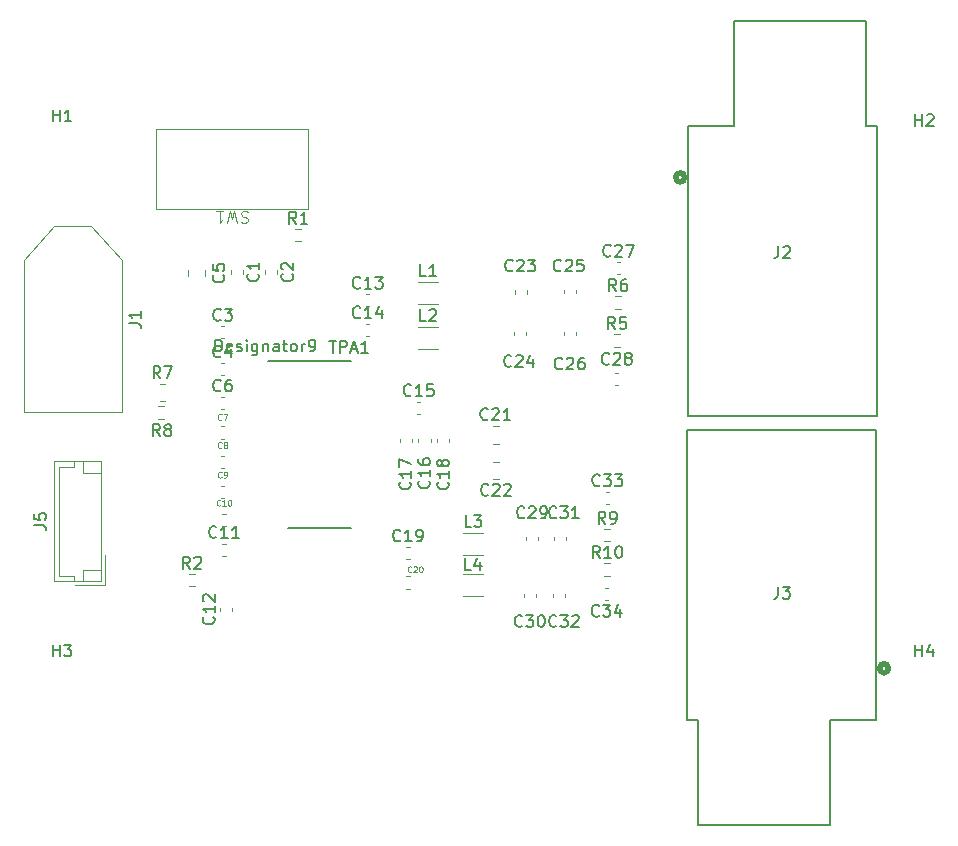
<source format=gbr>
%TF.GenerationSoftware,KiCad,Pcbnew,9.0.0*%
%TF.CreationDate,2025-03-24T15:54:36+01:00*%
%TF.ProjectId,Pcb_Ampli2,5063625f-416d-4706-9c69-322e6b696361,rev?*%
%TF.SameCoordinates,Original*%
%TF.FileFunction,Legend,Top*%
%TF.FilePolarity,Positive*%
%FSLAX46Y46*%
G04 Gerber Fmt 4.6, Leading zero omitted, Abs format (unit mm)*
G04 Created by KiCad (PCBNEW 9.0.0) date 2025-03-24 15:54:36*
%MOMM*%
%LPD*%
G01*
G04 APERTURE LIST*
%ADD10C,0.150000*%
%ADD11C,0.125000*%
%ADD12C,0.100000*%
%ADD13C,0.123000*%
%ADD14C,0.200000*%
%ADD15C,0.120000*%
%ADD16C,0.152400*%
%ADD17C,0.508000*%
G04 APERTURE END LIST*
D10*
X103149524Y-64537319D02*
X103720952Y-64537319D01*
X103435238Y-65537319D02*
X103435238Y-64537319D01*
X104054286Y-65537319D02*
X104054286Y-64537319D01*
X104054286Y-64537319D02*
X104435238Y-64537319D01*
X104435238Y-64537319D02*
X104530476Y-64584938D01*
X104530476Y-64584938D02*
X104578095Y-64632557D01*
X104578095Y-64632557D02*
X104625714Y-64727795D01*
X104625714Y-64727795D02*
X104625714Y-64870652D01*
X104625714Y-64870652D02*
X104578095Y-64965890D01*
X104578095Y-64965890D02*
X104530476Y-65013509D01*
X104530476Y-65013509D02*
X104435238Y-65061128D01*
X104435238Y-65061128D02*
X104054286Y-65061128D01*
X105006667Y-65251604D02*
X105482857Y-65251604D01*
X104911429Y-65537319D02*
X105244762Y-64537319D01*
X105244762Y-64537319D02*
X105578095Y-65537319D01*
X106435238Y-65537319D02*
X105863810Y-65537319D01*
X106149524Y-65537319D02*
X106149524Y-64537319D01*
X106149524Y-64537319D02*
X106054286Y-64680176D01*
X106054286Y-64680176D02*
X105959048Y-64775414D01*
X105959048Y-64775414D02*
X105863810Y-64823033D01*
X93488314Y-65430719D02*
X93488314Y-64430719D01*
X93488314Y-64430719D02*
X93726409Y-64430719D01*
X93726409Y-64430719D02*
X93869266Y-64478338D01*
X93869266Y-64478338D02*
X93964504Y-64573576D01*
X93964504Y-64573576D02*
X94012123Y-64668814D01*
X94012123Y-64668814D02*
X94059742Y-64859290D01*
X94059742Y-64859290D02*
X94059742Y-65002147D01*
X94059742Y-65002147D02*
X94012123Y-65192623D01*
X94012123Y-65192623D02*
X93964504Y-65287861D01*
X93964504Y-65287861D02*
X93869266Y-65383100D01*
X93869266Y-65383100D02*
X93726409Y-65430719D01*
X93726409Y-65430719D02*
X93488314Y-65430719D01*
X94869266Y-65383100D02*
X94774028Y-65430719D01*
X94774028Y-65430719D02*
X94583552Y-65430719D01*
X94583552Y-65430719D02*
X94488314Y-65383100D01*
X94488314Y-65383100D02*
X94440695Y-65287861D01*
X94440695Y-65287861D02*
X94440695Y-64906909D01*
X94440695Y-64906909D02*
X94488314Y-64811671D01*
X94488314Y-64811671D02*
X94583552Y-64764052D01*
X94583552Y-64764052D02*
X94774028Y-64764052D01*
X94774028Y-64764052D02*
X94869266Y-64811671D01*
X94869266Y-64811671D02*
X94916885Y-64906909D01*
X94916885Y-64906909D02*
X94916885Y-65002147D01*
X94916885Y-65002147D02*
X94440695Y-65097385D01*
X95297838Y-65383100D02*
X95393076Y-65430719D01*
X95393076Y-65430719D02*
X95583552Y-65430719D01*
X95583552Y-65430719D02*
X95678790Y-65383100D01*
X95678790Y-65383100D02*
X95726409Y-65287861D01*
X95726409Y-65287861D02*
X95726409Y-65240242D01*
X95726409Y-65240242D02*
X95678790Y-65145004D01*
X95678790Y-65145004D02*
X95583552Y-65097385D01*
X95583552Y-65097385D02*
X95440695Y-65097385D01*
X95440695Y-65097385D02*
X95345457Y-65049766D01*
X95345457Y-65049766D02*
X95297838Y-64954528D01*
X95297838Y-64954528D02*
X95297838Y-64906909D01*
X95297838Y-64906909D02*
X95345457Y-64811671D01*
X95345457Y-64811671D02*
X95440695Y-64764052D01*
X95440695Y-64764052D02*
X95583552Y-64764052D01*
X95583552Y-64764052D02*
X95678790Y-64811671D01*
X96154981Y-65430719D02*
X96154981Y-64764052D01*
X96154981Y-64430719D02*
X96107362Y-64478338D01*
X96107362Y-64478338D02*
X96154981Y-64525957D01*
X96154981Y-64525957D02*
X96202600Y-64478338D01*
X96202600Y-64478338D02*
X96154981Y-64430719D01*
X96154981Y-64430719D02*
X96154981Y-64525957D01*
X97059742Y-64764052D02*
X97059742Y-65573576D01*
X97059742Y-65573576D02*
X97012123Y-65668814D01*
X97012123Y-65668814D02*
X96964504Y-65716433D01*
X96964504Y-65716433D02*
X96869266Y-65764052D01*
X96869266Y-65764052D02*
X96726409Y-65764052D01*
X96726409Y-65764052D02*
X96631171Y-65716433D01*
X97059742Y-65383100D02*
X96964504Y-65430719D01*
X96964504Y-65430719D02*
X96774028Y-65430719D01*
X96774028Y-65430719D02*
X96678790Y-65383100D01*
X96678790Y-65383100D02*
X96631171Y-65335480D01*
X96631171Y-65335480D02*
X96583552Y-65240242D01*
X96583552Y-65240242D02*
X96583552Y-64954528D01*
X96583552Y-64954528D02*
X96631171Y-64859290D01*
X96631171Y-64859290D02*
X96678790Y-64811671D01*
X96678790Y-64811671D02*
X96774028Y-64764052D01*
X96774028Y-64764052D02*
X96964504Y-64764052D01*
X96964504Y-64764052D02*
X97059742Y-64811671D01*
X97535933Y-64764052D02*
X97535933Y-65430719D01*
X97535933Y-64859290D02*
X97583552Y-64811671D01*
X97583552Y-64811671D02*
X97678790Y-64764052D01*
X97678790Y-64764052D02*
X97821647Y-64764052D01*
X97821647Y-64764052D02*
X97916885Y-64811671D01*
X97916885Y-64811671D02*
X97964504Y-64906909D01*
X97964504Y-64906909D02*
X97964504Y-65430719D01*
X98869266Y-65430719D02*
X98869266Y-64906909D01*
X98869266Y-64906909D02*
X98821647Y-64811671D01*
X98821647Y-64811671D02*
X98726409Y-64764052D01*
X98726409Y-64764052D02*
X98535933Y-64764052D01*
X98535933Y-64764052D02*
X98440695Y-64811671D01*
X98869266Y-65383100D02*
X98774028Y-65430719D01*
X98774028Y-65430719D02*
X98535933Y-65430719D01*
X98535933Y-65430719D02*
X98440695Y-65383100D01*
X98440695Y-65383100D02*
X98393076Y-65287861D01*
X98393076Y-65287861D02*
X98393076Y-65192623D01*
X98393076Y-65192623D02*
X98440695Y-65097385D01*
X98440695Y-65097385D02*
X98535933Y-65049766D01*
X98535933Y-65049766D02*
X98774028Y-65049766D01*
X98774028Y-65049766D02*
X98869266Y-65002147D01*
X99202600Y-64764052D02*
X99583552Y-64764052D01*
X99345457Y-64430719D02*
X99345457Y-65287861D01*
X99345457Y-65287861D02*
X99393076Y-65383100D01*
X99393076Y-65383100D02*
X99488314Y-65430719D01*
X99488314Y-65430719D02*
X99583552Y-65430719D01*
X100059743Y-65430719D02*
X99964505Y-65383100D01*
X99964505Y-65383100D02*
X99916886Y-65335480D01*
X99916886Y-65335480D02*
X99869267Y-65240242D01*
X99869267Y-65240242D02*
X99869267Y-64954528D01*
X99869267Y-64954528D02*
X99916886Y-64859290D01*
X99916886Y-64859290D02*
X99964505Y-64811671D01*
X99964505Y-64811671D02*
X100059743Y-64764052D01*
X100059743Y-64764052D02*
X100202600Y-64764052D01*
X100202600Y-64764052D02*
X100297838Y-64811671D01*
X100297838Y-64811671D02*
X100345457Y-64859290D01*
X100345457Y-64859290D02*
X100393076Y-64954528D01*
X100393076Y-64954528D02*
X100393076Y-65240242D01*
X100393076Y-65240242D02*
X100345457Y-65335480D01*
X100345457Y-65335480D02*
X100297838Y-65383100D01*
X100297838Y-65383100D02*
X100202600Y-65430719D01*
X100202600Y-65430719D02*
X100059743Y-65430719D01*
X100821648Y-65430719D02*
X100821648Y-64764052D01*
X100821648Y-64954528D02*
X100869267Y-64859290D01*
X100869267Y-64859290D02*
X100916886Y-64811671D01*
X100916886Y-64811671D02*
X101012124Y-64764052D01*
X101012124Y-64764052D02*
X101107362Y-64764052D01*
X101488315Y-65430719D02*
X101678791Y-65430719D01*
X101678791Y-65430719D02*
X101774029Y-65383100D01*
X101774029Y-65383100D02*
X101821648Y-65335480D01*
X101821648Y-65335480D02*
X101916886Y-65192623D01*
X101916886Y-65192623D02*
X101964505Y-65002147D01*
X101964505Y-65002147D02*
X101964505Y-64621195D01*
X101964505Y-64621195D02*
X101916886Y-64525957D01*
X101916886Y-64525957D02*
X101869267Y-64478338D01*
X101869267Y-64478338D02*
X101774029Y-64430719D01*
X101774029Y-64430719D02*
X101583553Y-64430719D01*
X101583553Y-64430719D02*
X101488315Y-64478338D01*
X101488315Y-64478338D02*
X101440696Y-64525957D01*
X101440696Y-64525957D02*
X101393077Y-64621195D01*
X101393077Y-64621195D02*
X101393077Y-64859290D01*
X101393077Y-64859290D02*
X101440696Y-64954528D01*
X101440696Y-64954528D02*
X101488315Y-65002147D01*
X101488315Y-65002147D02*
X101583553Y-65049766D01*
X101583553Y-65049766D02*
X101774029Y-65049766D01*
X101774029Y-65049766D02*
X101869267Y-65002147D01*
X101869267Y-65002147D02*
X101916886Y-64954528D01*
X101916886Y-64954528D02*
X101964505Y-64859290D01*
X116607142Y-77549580D02*
X116559523Y-77597200D01*
X116559523Y-77597200D02*
X116416666Y-77644819D01*
X116416666Y-77644819D02*
X116321428Y-77644819D01*
X116321428Y-77644819D02*
X116178571Y-77597200D01*
X116178571Y-77597200D02*
X116083333Y-77501961D01*
X116083333Y-77501961D02*
X116035714Y-77406723D01*
X116035714Y-77406723D02*
X115988095Y-77216247D01*
X115988095Y-77216247D02*
X115988095Y-77073390D01*
X115988095Y-77073390D02*
X116035714Y-76882914D01*
X116035714Y-76882914D02*
X116083333Y-76787676D01*
X116083333Y-76787676D02*
X116178571Y-76692438D01*
X116178571Y-76692438D02*
X116321428Y-76644819D01*
X116321428Y-76644819D02*
X116416666Y-76644819D01*
X116416666Y-76644819D02*
X116559523Y-76692438D01*
X116559523Y-76692438D02*
X116607142Y-76740057D01*
X116988095Y-76740057D02*
X117035714Y-76692438D01*
X117035714Y-76692438D02*
X117130952Y-76644819D01*
X117130952Y-76644819D02*
X117369047Y-76644819D01*
X117369047Y-76644819D02*
X117464285Y-76692438D01*
X117464285Y-76692438D02*
X117511904Y-76740057D01*
X117511904Y-76740057D02*
X117559523Y-76835295D01*
X117559523Y-76835295D02*
X117559523Y-76930533D01*
X117559523Y-76930533D02*
X117511904Y-77073390D01*
X117511904Y-77073390D02*
X116940476Y-77644819D01*
X116940476Y-77644819D02*
X117559523Y-77644819D01*
X117940476Y-76740057D02*
X117988095Y-76692438D01*
X117988095Y-76692438D02*
X118083333Y-76644819D01*
X118083333Y-76644819D02*
X118321428Y-76644819D01*
X118321428Y-76644819D02*
X118416666Y-76692438D01*
X118416666Y-76692438D02*
X118464285Y-76740057D01*
X118464285Y-76740057D02*
X118511904Y-76835295D01*
X118511904Y-76835295D02*
X118511904Y-76930533D01*
X118511904Y-76930533D02*
X118464285Y-77073390D01*
X118464285Y-77073390D02*
X117892857Y-77644819D01*
X117892857Y-77644819D02*
X118511904Y-77644819D01*
X152738095Y-91254819D02*
X152738095Y-90254819D01*
X152738095Y-90731009D02*
X153309523Y-90731009D01*
X153309523Y-91254819D02*
X153309523Y-90254819D01*
X154214285Y-90588152D02*
X154214285Y-91254819D01*
X153976190Y-90207200D02*
X153738095Y-90921485D01*
X153738095Y-90921485D02*
X154357142Y-90921485D01*
X126032142Y-76749580D02*
X125984523Y-76797200D01*
X125984523Y-76797200D02*
X125841666Y-76844819D01*
X125841666Y-76844819D02*
X125746428Y-76844819D01*
X125746428Y-76844819D02*
X125603571Y-76797200D01*
X125603571Y-76797200D02*
X125508333Y-76701961D01*
X125508333Y-76701961D02*
X125460714Y-76606723D01*
X125460714Y-76606723D02*
X125413095Y-76416247D01*
X125413095Y-76416247D02*
X125413095Y-76273390D01*
X125413095Y-76273390D02*
X125460714Y-76082914D01*
X125460714Y-76082914D02*
X125508333Y-75987676D01*
X125508333Y-75987676D02*
X125603571Y-75892438D01*
X125603571Y-75892438D02*
X125746428Y-75844819D01*
X125746428Y-75844819D02*
X125841666Y-75844819D01*
X125841666Y-75844819D02*
X125984523Y-75892438D01*
X125984523Y-75892438D02*
X126032142Y-75940057D01*
X126365476Y-75844819D02*
X126984523Y-75844819D01*
X126984523Y-75844819D02*
X126651190Y-76225771D01*
X126651190Y-76225771D02*
X126794047Y-76225771D01*
X126794047Y-76225771D02*
X126889285Y-76273390D01*
X126889285Y-76273390D02*
X126936904Y-76321009D01*
X126936904Y-76321009D02*
X126984523Y-76416247D01*
X126984523Y-76416247D02*
X126984523Y-76654342D01*
X126984523Y-76654342D02*
X126936904Y-76749580D01*
X126936904Y-76749580D02*
X126889285Y-76797200D01*
X126889285Y-76797200D02*
X126794047Y-76844819D01*
X126794047Y-76844819D02*
X126508333Y-76844819D01*
X126508333Y-76844819D02*
X126413095Y-76797200D01*
X126413095Y-76797200D02*
X126365476Y-76749580D01*
X127317857Y-75844819D02*
X127936904Y-75844819D01*
X127936904Y-75844819D02*
X127603571Y-76225771D01*
X127603571Y-76225771D02*
X127746428Y-76225771D01*
X127746428Y-76225771D02*
X127841666Y-76273390D01*
X127841666Y-76273390D02*
X127889285Y-76321009D01*
X127889285Y-76321009D02*
X127936904Y-76416247D01*
X127936904Y-76416247D02*
X127936904Y-76654342D01*
X127936904Y-76654342D02*
X127889285Y-76749580D01*
X127889285Y-76749580D02*
X127841666Y-76797200D01*
X127841666Y-76797200D02*
X127746428Y-76844819D01*
X127746428Y-76844819D02*
X127460714Y-76844819D01*
X127460714Y-76844819D02*
X127365476Y-76797200D01*
X127365476Y-76797200D02*
X127317857Y-76749580D01*
X79738095Y-45954819D02*
X79738095Y-44954819D01*
X79738095Y-45431009D02*
X80309523Y-45431009D01*
X80309523Y-45954819D02*
X80309523Y-44954819D01*
X81309523Y-45954819D02*
X80738095Y-45954819D01*
X81023809Y-45954819D02*
X81023809Y-44954819D01*
X81023809Y-44954819D02*
X80928571Y-45097676D01*
X80928571Y-45097676D02*
X80833333Y-45192914D01*
X80833333Y-45192914D02*
X80738095Y-45240533D01*
X152738095Y-46354819D02*
X152738095Y-45354819D01*
X152738095Y-45831009D02*
X153309523Y-45831009D01*
X153309523Y-46354819D02*
X153309523Y-45354819D01*
X153738095Y-45450057D02*
X153785714Y-45402438D01*
X153785714Y-45402438D02*
X153880952Y-45354819D01*
X153880952Y-45354819D02*
X154119047Y-45354819D01*
X154119047Y-45354819D02*
X154214285Y-45402438D01*
X154214285Y-45402438D02*
X154261904Y-45450057D01*
X154261904Y-45450057D02*
X154309523Y-45545295D01*
X154309523Y-45545295D02*
X154309523Y-45640533D01*
X154309523Y-45640533D02*
X154261904Y-45783390D01*
X154261904Y-45783390D02*
X153690476Y-46354819D01*
X153690476Y-46354819D02*
X154309523Y-46354819D01*
X78154819Y-80133333D02*
X78869104Y-80133333D01*
X78869104Y-80133333D02*
X79011961Y-80180952D01*
X79011961Y-80180952D02*
X79107200Y-80276190D01*
X79107200Y-80276190D02*
X79154819Y-80419047D01*
X79154819Y-80419047D02*
X79154819Y-80514285D01*
X78154819Y-79180952D02*
X78154819Y-79657142D01*
X78154819Y-79657142D02*
X78631009Y-79704761D01*
X78631009Y-79704761D02*
X78583390Y-79657142D01*
X78583390Y-79657142D02*
X78535771Y-79561904D01*
X78535771Y-79561904D02*
X78535771Y-79323809D01*
X78535771Y-79323809D02*
X78583390Y-79228571D01*
X78583390Y-79228571D02*
X78631009Y-79180952D01*
X78631009Y-79180952D02*
X78726247Y-79133333D01*
X78726247Y-79133333D02*
X78964342Y-79133333D01*
X78964342Y-79133333D02*
X79059580Y-79180952D01*
X79059580Y-79180952D02*
X79107200Y-79228571D01*
X79107200Y-79228571D02*
X79154819Y-79323809D01*
X79154819Y-79323809D02*
X79154819Y-79561904D01*
X79154819Y-79561904D02*
X79107200Y-79657142D01*
X79107200Y-79657142D02*
X79059580Y-79704761D01*
X127433333Y-60324819D02*
X127100000Y-59848628D01*
X126861905Y-60324819D02*
X126861905Y-59324819D01*
X126861905Y-59324819D02*
X127242857Y-59324819D01*
X127242857Y-59324819D02*
X127338095Y-59372438D01*
X127338095Y-59372438D02*
X127385714Y-59420057D01*
X127385714Y-59420057D02*
X127433333Y-59515295D01*
X127433333Y-59515295D02*
X127433333Y-59658152D01*
X127433333Y-59658152D02*
X127385714Y-59753390D01*
X127385714Y-59753390D02*
X127338095Y-59801009D01*
X127338095Y-59801009D02*
X127242857Y-59848628D01*
X127242857Y-59848628D02*
X126861905Y-59848628D01*
X128290476Y-59324819D02*
X128100000Y-59324819D01*
X128100000Y-59324819D02*
X128004762Y-59372438D01*
X128004762Y-59372438D02*
X127957143Y-59420057D01*
X127957143Y-59420057D02*
X127861905Y-59562914D01*
X127861905Y-59562914D02*
X127814286Y-59753390D01*
X127814286Y-59753390D02*
X127814286Y-60134342D01*
X127814286Y-60134342D02*
X127861905Y-60229580D01*
X127861905Y-60229580D02*
X127909524Y-60277200D01*
X127909524Y-60277200D02*
X128004762Y-60324819D01*
X128004762Y-60324819D02*
X128195238Y-60324819D01*
X128195238Y-60324819D02*
X128290476Y-60277200D01*
X128290476Y-60277200D02*
X128338095Y-60229580D01*
X128338095Y-60229580D02*
X128385714Y-60134342D01*
X128385714Y-60134342D02*
X128385714Y-59896247D01*
X128385714Y-59896247D02*
X128338095Y-59801009D01*
X128338095Y-59801009D02*
X128290476Y-59753390D01*
X128290476Y-59753390D02*
X128195238Y-59705771D01*
X128195238Y-59705771D02*
X128004762Y-59705771D01*
X128004762Y-59705771D02*
X127909524Y-59753390D01*
X127909524Y-59753390D02*
X127861905Y-59801009D01*
X127861905Y-59801009D02*
X127814286Y-59896247D01*
X119657142Y-79459580D02*
X119609523Y-79507200D01*
X119609523Y-79507200D02*
X119466666Y-79554819D01*
X119466666Y-79554819D02*
X119371428Y-79554819D01*
X119371428Y-79554819D02*
X119228571Y-79507200D01*
X119228571Y-79507200D02*
X119133333Y-79411961D01*
X119133333Y-79411961D02*
X119085714Y-79316723D01*
X119085714Y-79316723D02*
X119038095Y-79126247D01*
X119038095Y-79126247D02*
X119038095Y-78983390D01*
X119038095Y-78983390D02*
X119085714Y-78792914D01*
X119085714Y-78792914D02*
X119133333Y-78697676D01*
X119133333Y-78697676D02*
X119228571Y-78602438D01*
X119228571Y-78602438D02*
X119371428Y-78554819D01*
X119371428Y-78554819D02*
X119466666Y-78554819D01*
X119466666Y-78554819D02*
X119609523Y-78602438D01*
X119609523Y-78602438D02*
X119657142Y-78650057D01*
X120038095Y-78650057D02*
X120085714Y-78602438D01*
X120085714Y-78602438D02*
X120180952Y-78554819D01*
X120180952Y-78554819D02*
X120419047Y-78554819D01*
X120419047Y-78554819D02*
X120514285Y-78602438D01*
X120514285Y-78602438D02*
X120561904Y-78650057D01*
X120561904Y-78650057D02*
X120609523Y-78745295D01*
X120609523Y-78745295D02*
X120609523Y-78840533D01*
X120609523Y-78840533D02*
X120561904Y-78983390D01*
X120561904Y-78983390D02*
X119990476Y-79554819D01*
X119990476Y-79554819D02*
X120609523Y-79554819D01*
X121085714Y-79554819D02*
X121276190Y-79554819D01*
X121276190Y-79554819D02*
X121371428Y-79507200D01*
X121371428Y-79507200D02*
X121419047Y-79459580D01*
X121419047Y-79459580D02*
X121514285Y-79316723D01*
X121514285Y-79316723D02*
X121561904Y-79126247D01*
X121561904Y-79126247D02*
X121561904Y-78745295D01*
X121561904Y-78745295D02*
X121514285Y-78650057D01*
X121514285Y-78650057D02*
X121466666Y-78602438D01*
X121466666Y-78602438D02*
X121371428Y-78554819D01*
X121371428Y-78554819D02*
X121180952Y-78554819D01*
X121180952Y-78554819D02*
X121085714Y-78602438D01*
X121085714Y-78602438D02*
X121038095Y-78650057D01*
X121038095Y-78650057D02*
X120990476Y-78745295D01*
X120990476Y-78745295D02*
X120990476Y-78983390D01*
X120990476Y-78983390D02*
X121038095Y-79078628D01*
X121038095Y-79078628D02*
X121085714Y-79126247D01*
X121085714Y-79126247D02*
X121180952Y-79173866D01*
X121180952Y-79173866D02*
X121371428Y-79173866D01*
X121371428Y-79173866D02*
X121466666Y-79126247D01*
X121466666Y-79126247D02*
X121514285Y-79078628D01*
X121514285Y-79078628D02*
X121561904Y-78983390D01*
X88833333Y-67704819D02*
X88500000Y-67228628D01*
X88261905Y-67704819D02*
X88261905Y-66704819D01*
X88261905Y-66704819D02*
X88642857Y-66704819D01*
X88642857Y-66704819D02*
X88738095Y-66752438D01*
X88738095Y-66752438D02*
X88785714Y-66800057D01*
X88785714Y-66800057D02*
X88833333Y-66895295D01*
X88833333Y-66895295D02*
X88833333Y-67038152D01*
X88833333Y-67038152D02*
X88785714Y-67133390D01*
X88785714Y-67133390D02*
X88738095Y-67181009D01*
X88738095Y-67181009D02*
X88642857Y-67228628D01*
X88642857Y-67228628D02*
X88261905Y-67228628D01*
X89166667Y-66704819D02*
X89833333Y-66704819D01*
X89833333Y-66704819D02*
X89404762Y-67704819D01*
X93933333Y-68719580D02*
X93885714Y-68767200D01*
X93885714Y-68767200D02*
X93742857Y-68814819D01*
X93742857Y-68814819D02*
X93647619Y-68814819D01*
X93647619Y-68814819D02*
X93504762Y-68767200D01*
X93504762Y-68767200D02*
X93409524Y-68671961D01*
X93409524Y-68671961D02*
X93361905Y-68576723D01*
X93361905Y-68576723D02*
X93314286Y-68386247D01*
X93314286Y-68386247D02*
X93314286Y-68243390D01*
X93314286Y-68243390D02*
X93361905Y-68052914D01*
X93361905Y-68052914D02*
X93409524Y-67957676D01*
X93409524Y-67957676D02*
X93504762Y-67862438D01*
X93504762Y-67862438D02*
X93647619Y-67814819D01*
X93647619Y-67814819D02*
X93742857Y-67814819D01*
X93742857Y-67814819D02*
X93885714Y-67862438D01*
X93885714Y-67862438D02*
X93933333Y-67910057D01*
X94790476Y-67814819D02*
X94600000Y-67814819D01*
X94600000Y-67814819D02*
X94504762Y-67862438D01*
X94504762Y-67862438D02*
X94457143Y-67910057D01*
X94457143Y-67910057D02*
X94361905Y-68052914D01*
X94361905Y-68052914D02*
X94314286Y-68243390D01*
X94314286Y-68243390D02*
X94314286Y-68624342D01*
X94314286Y-68624342D02*
X94361905Y-68719580D01*
X94361905Y-68719580D02*
X94409524Y-68767200D01*
X94409524Y-68767200D02*
X94504762Y-68814819D01*
X94504762Y-68814819D02*
X94695238Y-68814819D01*
X94695238Y-68814819D02*
X94790476Y-68767200D01*
X94790476Y-68767200D02*
X94838095Y-68719580D01*
X94838095Y-68719580D02*
X94885714Y-68624342D01*
X94885714Y-68624342D02*
X94885714Y-68386247D01*
X94885714Y-68386247D02*
X94838095Y-68291009D01*
X94838095Y-68291009D02*
X94790476Y-68243390D01*
X94790476Y-68243390D02*
X94695238Y-68195771D01*
X94695238Y-68195771D02*
X94504762Y-68195771D01*
X94504762Y-68195771D02*
X94409524Y-68243390D01*
X94409524Y-68243390D02*
X94361905Y-68291009D01*
X94361905Y-68291009D02*
X94314286Y-68386247D01*
X115133333Y-83954819D02*
X114657143Y-83954819D01*
X114657143Y-83954819D02*
X114657143Y-82954819D01*
X115895238Y-83288152D02*
X115895238Y-83954819D01*
X115657143Y-82907200D02*
X115419048Y-83621485D01*
X115419048Y-83621485D02*
X116038095Y-83621485D01*
X122357142Y-88659580D02*
X122309523Y-88707200D01*
X122309523Y-88707200D02*
X122166666Y-88754819D01*
X122166666Y-88754819D02*
X122071428Y-88754819D01*
X122071428Y-88754819D02*
X121928571Y-88707200D01*
X121928571Y-88707200D02*
X121833333Y-88611961D01*
X121833333Y-88611961D02*
X121785714Y-88516723D01*
X121785714Y-88516723D02*
X121738095Y-88326247D01*
X121738095Y-88326247D02*
X121738095Y-88183390D01*
X121738095Y-88183390D02*
X121785714Y-87992914D01*
X121785714Y-87992914D02*
X121833333Y-87897676D01*
X121833333Y-87897676D02*
X121928571Y-87802438D01*
X121928571Y-87802438D02*
X122071428Y-87754819D01*
X122071428Y-87754819D02*
X122166666Y-87754819D01*
X122166666Y-87754819D02*
X122309523Y-87802438D01*
X122309523Y-87802438D02*
X122357142Y-87850057D01*
X122690476Y-87754819D02*
X123309523Y-87754819D01*
X123309523Y-87754819D02*
X122976190Y-88135771D01*
X122976190Y-88135771D02*
X123119047Y-88135771D01*
X123119047Y-88135771D02*
X123214285Y-88183390D01*
X123214285Y-88183390D02*
X123261904Y-88231009D01*
X123261904Y-88231009D02*
X123309523Y-88326247D01*
X123309523Y-88326247D02*
X123309523Y-88564342D01*
X123309523Y-88564342D02*
X123261904Y-88659580D01*
X123261904Y-88659580D02*
X123214285Y-88707200D01*
X123214285Y-88707200D02*
X123119047Y-88754819D01*
X123119047Y-88754819D02*
X122833333Y-88754819D01*
X122833333Y-88754819D02*
X122738095Y-88707200D01*
X122738095Y-88707200D02*
X122690476Y-88659580D01*
X123690476Y-87850057D02*
X123738095Y-87802438D01*
X123738095Y-87802438D02*
X123833333Y-87754819D01*
X123833333Y-87754819D02*
X124071428Y-87754819D01*
X124071428Y-87754819D02*
X124166666Y-87802438D01*
X124166666Y-87802438D02*
X124214285Y-87850057D01*
X124214285Y-87850057D02*
X124261904Y-87945295D01*
X124261904Y-87945295D02*
X124261904Y-88040533D01*
X124261904Y-88040533D02*
X124214285Y-88183390D01*
X124214285Y-88183390D02*
X123642857Y-88754819D01*
X123642857Y-88754819D02*
X124261904Y-88754819D01*
X109959580Y-76492857D02*
X110007200Y-76540476D01*
X110007200Y-76540476D02*
X110054819Y-76683333D01*
X110054819Y-76683333D02*
X110054819Y-76778571D01*
X110054819Y-76778571D02*
X110007200Y-76921428D01*
X110007200Y-76921428D02*
X109911961Y-77016666D01*
X109911961Y-77016666D02*
X109816723Y-77064285D01*
X109816723Y-77064285D02*
X109626247Y-77111904D01*
X109626247Y-77111904D02*
X109483390Y-77111904D01*
X109483390Y-77111904D02*
X109292914Y-77064285D01*
X109292914Y-77064285D02*
X109197676Y-77016666D01*
X109197676Y-77016666D02*
X109102438Y-76921428D01*
X109102438Y-76921428D02*
X109054819Y-76778571D01*
X109054819Y-76778571D02*
X109054819Y-76683333D01*
X109054819Y-76683333D02*
X109102438Y-76540476D01*
X109102438Y-76540476D02*
X109150057Y-76492857D01*
X110054819Y-75540476D02*
X110054819Y-76111904D01*
X110054819Y-75826190D02*
X109054819Y-75826190D01*
X109054819Y-75826190D02*
X109197676Y-75921428D01*
X109197676Y-75921428D02*
X109292914Y-76016666D01*
X109292914Y-76016666D02*
X109340533Y-76111904D01*
X109054819Y-75207142D02*
X109054819Y-74540476D01*
X109054819Y-74540476D02*
X110054819Y-74969047D01*
X79738095Y-91254819D02*
X79738095Y-90254819D01*
X79738095Y-90731009D02*
X80309523Y-90731009D01*
X80309523Y-91254819D02*
X80309523Y-90254819D01*
X80690476Y-90254819D02*
X81309523Y-90254819D01*
X81309523Y-90254819D02*
X80976190Y-90635771D01*
X80976190Y-90635771D02*
X81119047Y-90635771D01*
X81119047Y-90635771D02*
X81214285Y-90683390D01*
X81214285Y-90683390D02*
X81261904Y-90731009D01*
X81261904Y-90731009D02*
X81309523Y-90826247D01*
X81309523Y-90826247D02*
X81309523Y-91064342D01*
X81309523Y-91064342D02*
X81261904Y-91159580D01*
X81261904Y-91159580D02*
X81214285Y-91207200D01*
X81214285Y-91207200D02*
X81119047Y-91254819D01*
X81119047Y-91254819D02*
X80833333Y-91254819D01*
X80833333Y-91254819D02*
X80738095Y-91207200D01*
X80738095Y-91207200D02*
X80690476Y-91159580D01*
X94159580Y-58966666D02*
X94207200Y-59014285D01*
X94207200Y-59014285D02*
X94254819Y-59157142D01*
X94254819Y-59157142D02*
X94254819Y-59252380D01*
X94254819Y-59252380D02*
X94207200Y-59395237D01*
X94207200Y-59395237D02*
X94111961Y-59490475D01*
X94111961Y-59490475D02*
X94016723Y-59538094D01*
X94016723Y-59538094D02*
X93826247Y-59585713D01*
X93826247Y-59585713D02*
X93683390Y-59585713D01*
X93683390Y-59585713D02*
X93492914Y-59538094D01*
X93492914Y-59538094D02*
X93397676Y-59490475D01*
X93397676Y-59490475D02*
X93302438Y-59395237D01*
X93302438Y-59395237D02*
X93254819Y-59252380D01*
X93254819Y-59252380D02*
X93254819Y-59157142D01*
X93254819Y-59157142D02*
X93302438Y-59014285D01*
X93302438Y-59014285D02*
X93350057Y-58966666D01*
X93254819Y-58061904D02*
X93254819Y-58538094D01*
X93254819Y-58538094D02*
X93731009Y-58585713D01*
X93731009Y-58585713D02*
X93683390Y-58538094D01*
X93683390Y-58538094D02*
X93635771Y-58442856D01*
X93635771Y-58442856D02*
X93635771Y-58204761D01*
X93635771Y-58204761D02*
X93683390Y-58109523D01*
X93683390Y-58109523D02*
X93731009Y-58061904D01*
X93731009Y-58061904D02*
X93826247Y-58014285D01*
X93826247Y-58014285D02*
X94064342Y-58014285D01*
X94064342Y-58014285D02*
X94159580Y-58061904D01*
X94159580Y-58061904D02*
X94207200Y-58109523D01*
X94207200Y-58109523D02*
X94254819Y-58204761D01*
X94254819Y-58204761D02*
X94254819Y-58442856D01*
X94254819Y-58442856D02*
X94207200Y-58538094D01*
X94207200Y-58538094D02*
X94159580Y-58585713D01*
X116557142Y-71159580D02*
X116509523Y-71207200D01*
X116509523Y-71207200D02*
X116366666Y-71254819D01*
X116366666Y-71254819D02*
X116271428Y-71254819D01*
X116271428Y-71254819D02*
X116128571Y-71207200D01*
X116128571Y-71207200D02*
X116033333Y-71111961D01*
X116033333Y-71111961D02*
X115985714Y-71016723D01*
X115985714Y-71016723D02*
X115938095Y-70826247D01*
X115938095Y-70826247D02*
X115938095Y-70683390D01*
X115938095Y-70683390D02*
X115985714Y-70492914D01*
X115985714Y-70492914D02*
X116033333Y-70397676D01*
X116033333Y-70397676D02*
X116128571Y-70302438D01*
X116128571Y-70302438D02*
X116271428Y-70254819D01*
X116271428Y-70254819D02*
X116366666Y-70254819D01*
X116366666Y-70254819D02*
X116509523Y-70302438D01*
X116509523Y-70302438D02*
X116557142Y-70350057D01*
X116938095Y-70350057D02*
X116985714Y-70302438D01*
X116985714Y-70302438D02*
X117080952Y-70254819D01*
X117080952Y-70254819D02*
X117319047Y-70254819D01*
X117319047Y-70254819D02*
X117414285Y-70302438D01*
X117414285Y-70302438D02*
X117461904Y-70350057D01*
X117461904Y-70350057D02*
X117509523Y-70445295D01*
X117509523Y-70445295D02*
X117509523Y-70540533D01*
X117509523Y-70540533D02*
X117461904Y-70683390D01*
X117461904Y-70683390D02*
X116890476Y-71254819D01*
X116890476Y-71254819D02*
X117509523Y-71254819D01*
X118461904Y-71254819D02*
X117890476Y-71254819D01*
X118176190Y-71254819D02*
X118176190Y-70254819D01*
X118176190Y-70254819D02*
X118080952Y-70397676D01*
X118080952Y-70397676D02*
X117985714Y-70492914D01*
X117985714Y-70492914D02*
X117890476Y-70540533D01*
X113159580Y-76492857D02*
X113207200Y-76540476D01*
X113207200Y-76540476D02*
X113254819Y-76683333D01*
X113254819Y-76683333D02*
X113254819Y-76778571D01*
X113254819Y-76778571D02*
X113207200Y-76921428D01*
X113207200Y-76921428D02*
X113111961Y-77016666D01*
X113111961Y-77016666D02*
X113016723Y-77064285D01*
X113016723Y-77064285D02*
X112826247Y-77111904D01*
X112826247Y-77111904D02*
X112683390Y-77111904D01*
X112683390Y-77111904D02*
X112492914Y-77064285D01*
X112492914Y-77064285D02*
X112397676Y-77016666D01*
X112397676Y-77016666D02*
X112302438Y-76921428D01*
X112302438Y-76921428D02*
X112254819Y-76778571D01*
X112254819Y-76778571D02*
X112254819Y-76683333D01*
X112254819Y-76683333D02*
X112302438Y-76540476D01*
X112302438Y-76540476D02*
X112350057Y-76492857D01*
X113254819Y-75540476D02*
X113254819Y-76111904D01*
X113254819Y-75826190D02*
X112254819Y-75826190D01*
X112254819Y-75826190D02*
X112397676Y-75921428D01*
X112397676Y-75921428D02*
X112492914Y-76016666D01*
X112492914Y-76016666D02*
X112540533Y-76111904D01*
X112683390Y-74969047D02*
X112635771Y-75064285D01*
X112635771Y-75064285D02*
X112588152Y-75111904D01*
X112588152Y-75111904D02*
X112492914Y-75159523D01*
X112492914Y-75159523D02*
X112445295Y-75159523D01*
X112445295Y-75159523D02*
X112350057Y-75111904D01*
X112350057Y-75111904D02*
X112302438Y-75064285D01*
X112302438Y-75064285D02*
X112254819Y-74969047D01*
X112254819Y-74969047D02*
X112254819Y-74778571D01*
X112254819Y-74778571D02*
X112302438Y-74683333D01*
X112302438Y-74683333D02*
X112350057Y-74635714D01*
X112350057Y-74635714D02*
X112445295Y-74588095D01*
X112445295Y-74588095D02*
X112492914Y-74588095D01*
X112492914Y-74588095D02*
X112588152Y-74635714D01*
X112588152Y-74635714D02*
X112635771Y-74683333D01*
X112635771Y-74683333D02*
X112683390Y-74778571D01*
X112683390Y-74778571D02*
X112683390Y-74969047D01*
X112683390Y-74969047D02*
X112731009Y-75064285D01*
X112731009Y-75064285D02*
X112778628Y-75111904D01*
X112778628Y-75111904D02*
X112873866Y-75159523D01*
X112873866Y-75159523D02*
X113064342Y-75159523D01*
X113064342Y-75159523D02*
X113159580Y-75111904D01*
X113159580Y-75111904D02*
X113207200Y-75064285D01*
X113207200Y-75064285D02*
X113254819Y-74969047D01*
X113254819Y-74969047D02*
X113254819Y-74778571D01*
X113254819Y-74778571D02*
X113207200Y-74683333D01*
X113207200Y-74683333D02*
X113159580Y-74635714D01*
X113159580Y-74635714D02*
X113064342Y-74588095D01*
X113064342Y-74588095D02*
X112873866Y-74588095D01*
X112873866Y-74588095D02*
X112778628Y-74635714D01*
X112778628Y-74635714D02*
X112731009Y-74683333D01*
X112731009Y-74683333D02*
X112683390Y-74778571D01*
X126832142Y-66459580D02*
X126784523Y-66507200D01*
X126784523Y-66507200D02*
X126641666Y-66554819D01*
X126641666Y-66554819D02*
X126546428Y-66554819D01*
X126546428Y-66554819D02*
X126403571Y-66507200D01*
X126403571Y-66507200D02*
X126308333Y-66411961D01*
X126308333Y-66411961D02*
X126260714Y-66316723D01*
X126260714Y-66316723D02*
X126213095Y-66126247D01*
X126213095Y-66126247D02*
X126213095Y-65983390D01*
X126213095Y-65983390D02*
X126260714Y-65792914D01*
X126260714Y-65792914D02*
X126308333Y-65697676D01*
X126308333Y-65697676D02*
X126403571Y-65602438D01*
X126403571Y-65602438D02*
X126546428Y-65554819D01*
X126546428Y-65554819D02*
X126641666Y-65554819D01*
X126641666Y-65554819D02*
X126784523Y-65602438D01*
X126784523Y-65602438D02*
X126832142Y-65650057D01*
X127213095Y-65650057D02*
X127260714Y-65602438D01*
X127260714Y-65602438D02*
X127355952Y-65554819D01*
X127355952Y-65554819D02*
X127594047Y-65554819D01*
X127594047Y-65554819D02*
X127689285Y-65602438D01*
X127689285Y-65602438D02*
X127736904Y-65650057D01*
X127736904Y-65650057D02*
X127784523Y-65745295D01*
X127784523Y-65745295D02*
X127784523Y-65840533D01*
X127784523Y-65840533D02*
X127736904Y-65983390D01*
X127736904Y-65983390D02*
X127165476Y-66554819D01*
X127165476Y-66554819D02*
X127784523Y-66554819D01*
X128355952Y-65983390D02*
X128260714Y-65935771D01*
X128260714Y-65935771D02*
X128213095Y-65888152D01*
X128213095Y-65888152D02*
X128165476Y-65792914D01*
X128165476Y-65792914D02*
X128165476Y-65745295D01*
X128165476Y-65745295D02*
X128213095Y-65650057D01*
X128213095Y-65650057D02*
X128260714Y-65602438D01*
X128260714Y-65602438D02*
X128355952Y-65554819D01*
X128355952Y-65554819D02*
X128546428Y-65554819D01*
X128546428Y-65554819D02*
X128641666Y-65602438D01*
X128641666Y-65602438D02*
X128689285Y-65650057D01*
X128689285Y-65650057D02*
X128736904Y-65745295D01*
X128736904Y-65745295D02*
X128736904Y-65792914D01*
X128736904Y-65792914D02*
X128689285Y-65888152D01*
X128689285Y-65888152D02*
X128641666Y-65935771D01*
X128641666Y-65935771D02*
X128546428Y-65983390D01*
X128546428Y-65983390D02*
X128355952Y-65983390D01*
X128355952Y-65983390D02*
X128260714Y-66031009D01*
X128260714Y-66031009D02*
X128213095Y-66078628D01*
X128213095Y-66078628D02*
X128165476Y-66173866D01*
X128165476Y-66173866D02*
X128165476Y-66364342D01*
X128165476Y-66364342D02*
X128213095Y-66459580D01*
X128213095Y-66459580D02*
X128260714Y-66507200D01*
X128260714Y-66507200D02*
X128355952Y-66554819D01*
X128355952Y-66554819D02*
X128546428Y-66554819D01*
X128546428Y-66554819D02*
X128641666Y-66507200D01*
X128641666Y-66507200D02*
X128689285Y-66459580D01*
X128689285Y-66459580D02*
X128736904Y-66364342D01*
X128736904Y-66364342D02*
X128736904Y-66173866D01*
X128736904Y-66173866D02*
X128689285Y-66078628D01*
X128689285Y-66078628D02*
X128641666Y-66031009D01*
X128641666Y-66031009D02*
X128546428Y-65983390D01*
X126508333Y-80014819D02*
X126175000Y-79538628D01*
X125936905Y-80014819D02*
X125936905Y-79014819D01*
X125936905Y-79014819D02*
X126317857Y-79014819D01*
X126317857Y-79014819D02*
X126413095Y-79062438D01*
X126413095Y-79062438D02*
X126460714Y-79110057D01*
X126460714Y-79110057D02*
X126508333Y-79205295D01*
X126508333Y-79205295D02*
X126508333Y-79348152D01*
X126508333Y-79348152D02*
X126460714Y-79443390D01*
X126460714Y-79443390D02*
X126413095Y-79491009D01*
X126413095Y-79491009D02*
X126317857Y-79538628D01*
X126317857Y-79538628D02*
X125936905Y-79538628D01*
X126984524Y-80014819D02*
X127175000Y-80014819D01*
X127175000Y-80014819D02*
X127270238Y-79967200D01*
X127270238Y-79967200D02*
X127317857Y-79919580D01*
X127317857Y-79919580D02*
X127413095Y-79776723D01*
X127413095Y-79776723D02*
X127460714Y-79586247D01*
X127460714Y-79586247D02*
X127460714Y-79205295D01*
X127460714Y-79205295D02*
X127413095Y-79110057D01*
X127413095Y-79110057D02*
X127365476Y-79062438D01*
X127365476Y-79062438D02*
X127270238Y-79014819D01*
X127270238Y-79014819D02*
X127079762Y-79014819D01*
X127079762Y-79014819D02*
X126984524Y-79062438D01*
X126984524Y-79062438D02*
X126936905Y-79110057D01*
X126936905Y-79110057D02*
X126889286Y-79205295D01*
X126889286Y-79205295D02*
X126889286Y-79443390D01*
X126889286Y-79443390D02*
X126936905Y-79538628D01*
X126936905Y-79538628D02*
X126984524Y-79586247D01*
X126984524Y-79586247D02*
X127079762Y-79633866D01*
X127079762Y-79633866D02*
X127270238Y-79633866D01*
X127270238Y-79633866D02*
X127365476Y-79586247D01*
X127365476Y-79586247D02*
X127413095Y-79538628D01*
X127413095Y-79538628D02*
X127460714Y-79443390D01*
X105757142Y-62529580D02*
X105709523Y-62577200D01*
X105709523Y-62577200D02*
X105566666Y-62624819D01*
X105566666Y-62624819D02*
X105471428Y-62624819D01*
X105471428Y-62624819D02*
X105328571Y-62577200D01*
X105328571Y-62577200D02*
X105233333Y-62481961D01*
X105233333Y-62481961D02*
X105185714Y-62386723D01*
X105185714Y-62386723D02*
X105138095Y-62196247D01*
X105138095Y-62196247D02*
X105138095Y-62053390D01*
X105138095Y-62053390D02*
X105185714Y-61862914D01*
X105185714Y-61862914D02*
X105233333Y-61767676D01*
X105233333Y-61767676D02*
X105328571Y-61672438D01*
X105328571Y-61672438D02*
X105471428Y-61624819D01*
X105471428Y-61624819D02*
X105566666Y-61624819D01*
X105566666Y-61624819D02*
X105709523Y-61672438D01*
X105709523Y-61672438D02*
X105757142Y-61720057D01*
X106709523Y-62624819D02*
X106138095Y-62624819D01*
X106423809Y-62624819D02*
X106423809Y-61624819D01*
X106423809Y-61624819D02*
X106328571Y-61767676D01*
X106328571Y-61767676D02*
X106233333Y-61862914D01*
X106233333Y-61862914D02*
X106138095Y-61910533D01*
X107566666Y-61958152D02*
X107566666Y-62624819D01*
X107328571Y-61577200D02*
X107090476Y-62291485D01*
X107090476Y-62291485D02*
X107709523Y-62291485D01*
X127333333Y-63524819D02*
X127000000Y-63048628D01*
X126761905Y-63524819D02*
X126761905Y-62524819D01*
X126761905Y-62524819D02*
X127142857Y-62524819D01*
X127142857Y-62524819D02*
X127238095Y-62572438D01*
X127238095Y-62572438D02*
X127285714Y-62620057D01*
X127285714Y-62620057D02*
X127333333Y-62715295D01*
X127333333Y-62715295D02*
X127333333Y-62858152D01*
X127333333Y-62858152D02*
X127285714Y-62953390D01*
X127285714Y-62953390D02*
X127238095Y-63001009D01*
X127238095Y-63001009D02*
X127142857Y-63048628D01*
X127142857Y-63048628D02*
X126761905Y-63048628D01*
X128238095Y-62524819D02*
X127761905Y-62524819D01*
X127761905Y-62524819D02*
X127714286Y-63001009D01*
X127714286Y-63001009D02*
X127761905Y-62953390D01*
X127761905Y-62953390D02*
X127857143Y-62905771D01*
X127857143Y-62905771D02*
X128095238Y-62905771D01*
X128095238Y-62905771D02*
X128190476Y-62953390D01*
X128190476Y-62953390D02*
X128238095Y-63001009D01*
X128238095Y-63001009D02*
X128285714Y-63096247D01*
X128285714Y-63096247D02*
X128285714Y-63334342D01*
X128285714Y-63334342D02*
X128238095Y-63429580D01*
X128238095Y-63429580D02*
X128190476Y-63477200D01*
X128190476Y-63477200D02*
X128095238Y-63524819D01*
X128095238Y-63524819D02*
X127857143Y-63524819D01*
X127857143Y-63524819D02*
X127761905Y-63477200D01*
X127761905Y-63477200D02*
X127714286Y-63429580D01*
X100333333Y-54624819D02*
X100000000Y-54148628D01*
X99761905Y-54624819D02*
X99761905Y-53624819D01*
X99761905Y-53624819D02*
X100142857Y-53624819D01*
X100142857Y-53624819D02*
X100238095Y-53672438D01*
X100238095Y-53672438D02*
X100285714Y-53720057D01*
X100285714Y-53720057D02*
X100333333Y-53815295D01*
X100333333Y-53815295D02*
X100333333Y-53958152D01*
X100333333Y-53958152D02*
X100285714Y-54053390D01*
X100285714Y-54053390D02*
X100238095Y-54101009D01*
X100238095Y-54101009D02*
X100142857Y-54148628D01*
X100142857Y-54148628D02*
X99761905Y-54148628D01*
X101285714Y-54624819D02*
X100714286Y-54624819D01*
X101000000Y-54624819D02*
X101000000Y-53624819D01*
X101000000Y-53624819D02*
X100904762Y-53767676D01*
X100904762Y-53767676D02*
X100809524Y-53862914D01*
X100809524Y-53862914D02*
X100714286Y-53910533D01*
X126032142Y-82924819D02*
X125698809Y-82448628D01*
X125460714Y-82924819D02*
X125460714Y-81924819D01*
X125460714Y-81924819D02*
X125841666Y-81924819D01*
X125841666Y-81924819D02*
X125936904Y-81972438D01*
X125936904Y-81972438D02*
X125984523Y-82020057D01*
X125984523Y-82020057D02*
X126032142Y-82115295D01*
X126032142Y-82115295D02*
X126032142Y-82258152D01*
X126032142Y-82258152D02*
X125984523Y-82353390D01*
X125984523Y-82353390D02*
X125936904Y-82401009D01*
X125936904Y-82401009D02*
X125841666Y-82448628D01*
X125841666Y-82448628D02*
X125460714Y-82448628D01*
X126984523Y-82924819D02*
X126413095Y-82924819D01*
X126698809Y-82924819D02*
X126698809Y-81924819D01*
X126698809Y-81924819D02*
X126603571Y-82067676D01*
X126603571Y-82067676D02*
X126508333Y-82162914D01*
X126508333Y-82162914D02*
X126413095Y-82210533D01*
X127603571Y-81924819D02*
X127698809Y-81924819D01*
X127698809Y-81924819D02*
X127794047Y-81972438D01*
X127794047Y-81972438D02*
X127841666Y-82020057D01*
X127841666Y-82020057D02*
X127889285Y-82115295D01*
X127889285Y-82115295D02*
X127936904Y-82305771D01*
X127936904Y-82305771D02*
X127936904Y-82543866D01*
X127936904Y-82543866D02*
X127889285Y-82734342D01*
X127889285Y-82734342D02*
X127841666Y-82829580D01*
X127841666Y-82829580D02*
X127794047Y-82877200D01*
X127794047Y-82877200D02*
X127698809Y-82924819D01*
X127698809Y-82924819D02*
X127603571Y-82924819D01*
X127603571Y-82924819D02*
X127508333Y-82877200D01*
X127508333Y-82877200D02*
X127460714Y-82829580D01*
X127460714Y-82829580D02*
X127413095Y-82734342D01*
X127413095Y-82734342D02*
X127365476Y-82543866D01*
X127365476Y-82543866D02*
X127365476Y-82305771D01*
X127365476Y-82305771D02*
X127413095Y-82115295D01*
X127413095Y-82115295D02*
X127460714Y-82020057D01*
X127460714Y-82020057D02*
X127508333Y-81972438D01*
X127508333Y-81972438D02*
X127603571Y-81924819D01*
X118657142Y-58559580D02*
X118609523Y-58607200D01*
X118609523Y-58607200D02*
X118466666Y-58654819D01*
X118466666Y-58654819D02*
X118371428Y-58654819D01*
X118371428Y-58654819D02*
X118228571Y-58607200D01*
X118228571Y-58607200D02*
X118133333Y-58511961D01*
X118133333Y-58511961D02*
X118085714Y-58416723D01*
X118085714Y-58416723D02*
X118038095Y-58226247D01*
X118038095Y-58226247D02*
X118038095Y-58083390D01*
X118038095Y-58083390D02*
X118085714Y-57892914D01*
X118085714Y-57892914D02*
X118133333Y-57797676D01*
X118133333Y-57797676D02*
X118228571Y-57702438D01*
X118228571Y-57702438D02*
X118371428Y-57654819D01*
X118371428Y-57654819D02*
X118466666Y-57654819D01*
X118466666Y-57654819D02*
X118609523Y-57702438D01*
X118609523Y-57702438D02*
X118657142Y-57750057D01*
X119038095Y-57750057D02*
X119085714Y-57702438D01*
X119085714Y-57702438D02*
X119180952Y-57654819D01*
X119180952Y-57654819D02*
X119419047Y-57654819D01*
X119419047Y-57654819D02*
X119514285Y-57702438D01*
X119514285Y-57702438D02*
X119561904Y-57750057D01*
X119561904Y-57750057D02*
X119609523Y-57845295D01*
X119609523Y-57845295D02*
X119609523Y-57940533D01*
X119609523Y-57940533D02*
X119561904Y-58083390D01*
X119561904Y-58083390D02*
X118990476Y-58654819D01*
X118990476Y-58654819D02*
X119609523Y-58654819D01*
X119942857Y-57654819D02*
X120561904Y-57654819D01*
X120561904Y-57654819D02*
X120228571Y-58035771D01*
X120228571Y-58035771D02*
X120371428Y-58035771D01*
X120371428Y-58035771D02*
X120466666Y-58083390D01*
X120466666Y-58083390D02*
X120514285Y-58131009D01*
X120514285Y-58131009D02*
X120561904Y-58226247D01*
X120561904Y-58226247D02*
X120561904Y-58464342D01*
X120561904Y-58464342D02*
X120514285Y-58559580D01*
X120514285Y-58559580D02*
X120466666Y-58607200D01*
X120466666Y-58607200D02*
X120371428Y-58654819D01*
X120371428Y-58654819D02*
X120085714Y-58654819D01*
X120085714Y-58654819D02*
X119990476Y-58607200D01*
X119990476Y-58607200D02*
X119942857Y-58559580D01*
X125982142Y-87789580D02*
X125934523Y-87837200D01*
X125934523Y-87837200D02*
X125791666Y-87884819D01*
X125791666Y-87884819D02*
X125696428Y-87884819D01*
X125696428Y-87884819D02*
X125553571Y-87837200D01*
X125553571Y-87837200D02*
X125458333Y-87741961D01*
X125458333Y-87741961D02*
X125410714Y-87646723D01*
X125410714Y-87646723D02*
X125363095Y-87456247D01*
X125363095Y-87456247D02*
X125363095Y-87313390D01*
X125363095Y-87313390D02*
X125410714Y-87122914D01*
X125410714Y-87122914D02*
X125458333Y-87027676D01*
X125458333Y-87027676D02*
X125553571Y-86932438D01*
X125553571Y-86932438D02*
X125696428Y-86884819D01*
X125696428Y-86884819D02*
X125791666Y-86884819D01*
X125791666Y-86884819D02*
X125934523Y-86932438D01*
X125934523Y-86932438D02*
X125982142Y-86980057D01*
X126315476Y-86884819D02*
X126934523Y-86884819D01*
X126934523Y-86884819D02*
X126601190Y-87265771D01*
X126601190Y-87265771D02*
X126744047Y-87265771D01*
X126744047Y-87265771D02*
X126839285Y-87313390D01*
X126839285Y-87313390D02*
X126886904Y-87361009D01*
X126886904Y-87361009D02*
X126934523Y-87456247D01*
X126934523Y-87456247D02*
X126934523Y-87694342D01*
X126934523Y-87694342D02*
X126886904Y-87789580D01*
X126886904Y-87789580D02*
X126839285Y-87837200D01*
X126839285Y-87837200D02*
X126744047Y-87884819D01*
X126744047Y-87884819D02*
X126458333Y-87884819D01*
X126458333Y-87884819D02*
X126363095Y-87837200D01*
X126363095Y-87837200D02*
X126315476Y-87789580D01*
X127791666Y-87218152D02*
X127791666Y-87884819D01*
X127553571Y-86837200D02*
X127315476Y-87551485D01*
X127315476Y-87551485D02*
X127934523Y-87551485D01*
X122357142Y-79459580D02*
X122309523Y-79507200D01*
X122309523Y-79507200D02*
X122166666Y-79554819D01*
X122166666Y-79554819D02*
X122071428Y-79554819D01*
X122071428Y-79554819D02*
X121928571Y-79507200D01*
X121928571Y-79507200D02*
X121833333Y-79411961D01*
X121833333Y-79411961D02*
X121785714Y-79316723D01*
X121785714Y-79316723D02*
X121738095Y-79126247D01*
X121738095Y-79126247D02*
X121738095Y-78983390D01*
X121738095Y-78983390D02*
X121785714Y-78792914D01*
X121785714Y-78792914D02*
X121833333Y-78697676D01*
X121833333Y-78697676D02*
X121928571Y-78602438D01*
X121928571Y-78602438D02*
X122071428Y-78554819D01*
X122071428Y-78554819D02*
X122166666Y-78554819D01*
X122166666Y-78554819D02*
X122309523Y-78602438D01*
X122309523Y-78602438D02*
X122357142Y-78650057D01*
X122690476Y-78554819D02*
X123309523Y-78554819D01*
X123309523Y-78554819D02*
X122976190Y-78935771D01*
X122976190Y-78935771D02*
X123119047Y-78935771D01*
X123119047Y-78935771D02*
X123214285Y-78983390D01*
X123214285Y-78983390D02*
X123261904Y-79031009D01*
X123261904Y-79031009D02*
X123309523Y-79126247D01*
X123309523Y-79126247D02*
X123309523Y-79364342D01*
X123309523Y-79364342D02*
X123261904Y-79459580D01*
X123261904Y-79459580D02*
X123214285Y-79507200D01*
X123214285Y-79507200D02*
X123119047Y-79554819D01*
X123119047Y-79554819D02*
X122833333Y-79554819D01*
X122833333Y-79554819D02*
X122738095Y-79507200D01*
X122738095Y-79507200D02*
X122690476Y-79459580D01*
X124261904Y-79554819D02*
X123690476Y-79554819D01*
X123976190Y-79554819D02*
X123976190Y-78554819D01*
X123976190Y-78554819D02*
X123880952Y-78697676D01*
X123880952Y-78697676D02*
X123785714Y-78792914D01*
X123785714Y-78792914D02*
X123690476Y-78840533D01*
X118557142Y-66659580D02*
X118509523Y-66707200D01*
X118509523Y-66707200D02*
X118366666Y-66754819D01*
X118366666Y-66754819D02*
X118271428Y-66754819D01*
X118271428Y-66754819D02*
X118128571Y-66707200D01*
X118128571Y-66707200D02*
X118033333Y-66611961D01*
X118033333Y-66611961D02*
X117985714Y-66516723D01*
X117985714Y-66516723D02*
X117938095Y-66326247D01*
X117938095Y-66326247D02*
X117938095Y-66183390D01*
X117938095Y-66183390D02*
X117985714Y-65992914D01*
X117985714Y-65992914D02*
X118033333Y-65897676D01*
X118033333Y-65897676D02*
X118128571Y-65802438D01*
X118128571Y-65802438D02*
X118271428Y-65754819D01*
X118271428Y-65754819D02*
X118366666Y-65754819D01*
X118366666Y-65754819D02*
X118509523Y-65802438D01*
X118509523Y-65802438D02*
X118557142Y-65850057D01*
X118938095Y-65850057D02*
X118985714Y-65802438D01*
X118985714Y-65802438D02*
X119080952Y-65754819D01*
X119080952Y-65754819D02*
X119319047Y-65754819D01*
X119319047Y-65754819D02*
X119414285Y-65802438D01*
X119414285Y-65802438D02*
X119461904Y-65850057D01*
X119461904Y-65850057D02*
X119509523Y-65945295D01*
X119509523Y-65945295D02*
X119509523Y-66040533D01*
X119509523Y-66040533D02*
X119461904Y-66183390D01*
X119461904Y-66183390D02*
X118890476Y-66754819D01*
X118890476Y-66754819D02*
X119509523Y-66754819D01*
X120366666Y-66088152D02*
X120366666Y-66754819D01*
X120128571Y-65707200D02*
X119890476Y-66421485D01*
X119890476Y-66421485D02*
X120509523Y-66421485D01*
X93933333Y-62739580D02*
X93885714Y-62787200D01*
X93885714Y-62787200D02*
X93742857Y-62834819D01*
X93742857Y-62834819D02*
X93647619Y-62834819D01*
X93647619Y-62834819D02*
X93504762Y-62787200D01*
X93504762Y-62787200D02*
X93409524Y-62691961D01*
X93409524Y-62691961D02*
X93361905Y-62596723D01*
X93361905Y-62596723D02*
X93314286Y-62406247D01*
X93314286Y-62406247D02*
X93314286Y-62263390D01*
X93314286Y-62263390D02*
X93361905Y-62072914D01*
X93361905Y-62072914D02*
X93409524Y-61977676D01*
X93409524Y-61977676D02*
X93504762Y-61882438D01*
X93504762Y-61882438D02*
X93647619Y-61834819D01*
X93647619Y-61834819D02*
X93742857Y-61834819D01*
X93742857Y-61834819D02*
X93885714Y-61882438D01*
X93885714Y-61882438D02*
X93933333Y-61930057D01*
X94266667Y-61834819D02*
X94885714Y-61834819D01*
X94885714Y-61834819D02*
X94552381Y-62215771D01*
X94552381Y-62215771D02*
X94695238Y-62215771D01*
X94695238Y-62215771D02*
X94790476Y-62263390D01*
X94790476Y-62263390D02*
X94838095Y-62311009D01*
X94838095Y-62311009D02*
X94885714Y-62406247D01*
X94885714Y-62406247D02*
X94885714Y-62644342D01*
X94885714Y-62644342D02*
X94838095Y-62739580D01*
X94838095Y-62739580D02*
X94790476Y-62787200D01*
X94790476Y-62787200D02*
X94695238Y-62834819D01*
X94695238Y-62834819D02*
X94409524Y-62834819D01*
X94409524Y-62834819D02*
X94314286Y-62787200D01*
X94314286Y-62787200D02*
X94266667Y-62739580D01*
X93933333Y-65839580D02*
X93885714Y-65887200D01*
X93885714Y-65887200D02*
X93742857Y-65934819D01*
X93742857Y-65934819D02*
X93647619Y-65934819D01*
X93647619Y-65934819D02*
X93504762Y-65887200D01*
X93504762Y-65887200D02*
X93409524Y-65791961D01*
X93409524Y-65791961D02*
X93361905Y-65696723D01*
X93361905Y-65696723D02*
X93314286Y-65506247D01*
X93314286Y-65506247D02*
X93314286Y-65363390D01*
X93314286Y-65363390D02*
X93361905Y-65172914D01*
X93361905Y-65172914D02*
X93409524Y-65077676D01*
X93409524Y-65077676D02*
X93504762Y-64982438D01*
X93504762Y-64982438D02*
X93647619Y-64934819D01*
X93647619Y-64934819D02*
X93742857Y-64934819D01*
X93742857Y-64934819D02*
X93885714Y-64982438D01*
X93885714Y-64982438D02*
X93933333Y-65030057D01*
X94790476Y-65268152D02*
X94790476Y-65934819D01*
X94552381Y-64887200D02*
X94314286Y-65601485D01*
X94314286Y-65601485D02*
X94933333Y-65601485D01*
X111333333Y-59054819D02*
X110857143Y-59054819D01*
X110857143Y-59054819D02*
X110857143Y-58054819D01*
X112190476Y-59054819D02*
X111619048Y-59054819D01*
X111904762Y-59054819D02*
X111904762Y-58054819D01*
X111904762Y-58054819D02*
X111809524Y-58197676D01*
X111809524Y-58197676D02*
X111714286Y-58292914D01*
X111714286Y-58292914D02*
X111619048Y-58340533D01*
X105757142Y-60019580D02*
X105709523Y-60067200D01*
X105709523Y-60067200D02*
X105566666Y-60114819D01*
X105566666Y-60114819D02*
X105471428Y-60114819D01*
X105471428Y-60114819D02*
X105328571Y-60067200D01*
X105328571Y-60067200D02*
X105233333Y-59971961D01*
X105233333Y-59971961D02*
X105185714Y-59876723D01*
X105185714Y-59876723D02*
X105138095Y-59686247D01*
X105138095Y-59686247D02*
X105138095Y-59543390D01*
X105138095Y-59543390D02*
X105185714Y-59352914D01*
X105185714Y-59352914D02*
X105233333Y-59257676D01*
X105233333Y-59257676D02*
X105328571Y-59162438D01*
X105328571Y-59162438D02*
X105471428Y-59114819D01*
X105471428Y-59114819D02*
X105566666Y-59114819D01*
X105566666Y-59114819D02*
X105709523Y-59162438D01*
X105709523Y-59162438D02*
X105757142Y-59210057D01*
X106709523Y-60114819D02*
X106138095Y-60114819D01*
X106423809Y-60114819D02*
X106423809Y-59114819D01*
X106423809Y-59114819D02*
X106328571Y-59257676D01*
X106328571Y-59257676D02*
X106233333Y-59352914D01*
X106233333Y-59352914D02*
X106138095Y-59400533D01*
X107042857Y-59114819D02*
X107661904Y-59114819D01*
X107661904Y-59114819D02*
X107328571Y-59495771D01*
X107328571Y-59495771D02*
X107471428Y-59495771D01*
X107471428Y-59495771D02*
X107566666Y-59543390D01*
X107566666Y-59543390D02*
X107614285Y-59591009D01*
X107614285Y-59591009D02*
X107661904Y-59686247D01*
X107661904Y-59686247D02*
X107661904Y-59924342D01*
X107661904Y-59924342D02*
X107614285Y-60019580D01*
X107614285Y-60019580D02*
X107566666Y-60067200D01*
X107566666Y-60067200D02*
X107471428Y-60114819D01*
X107471428Y-60114819D02*
X107185714Y-60114819D01*
X107185714Y-60114819D02*
X107090476Y-60067200D01*
X107090476Y-60067200D02*
X107042857Y-60019580D01*
X110057142Y-69119580D02*
X110009523Y-69167200D01*
X110009523Y-69167200D02*
X109866666Y-69214819D01*
X109866666Y-69214819D02*
X109771428Y-69214819D01*
X109771428Y-69214819D02*
X109628571Y-69167200D01*
X109628571Y-69167200D02*
X109533333Y-69071961D01*
X109533333Y-69071961D02*
X109485714Y-68976723D01*
X109485714Y-68976723D02*
X109438095Y-68786247D01*
X109438095Y-68786247D02*
X109438095Y-68643390D01*
X109438095Y-68643390D02*
X109485714Y-68452914D01*
X109485714Y-68452914D02*
X109533333Y-68357676D01*
X109533333Y-68357676D02*
X109628571Y-68262438D01*
X109628571Y-68262438D02*
X109771428Y-68214819D01*
X109771428Y-68214819D02*
X109866666Y-68214819D01*
X109866666Y-68214819D02*
X110009523Y-68262438D01*
X110009523Y-68262438D02*
X110057142Y-68310057D01*
X111009523Y-69214819D02*
X110438095Y-69214819D01*
X110723809Y-69214819D02*
X110723809Y-68214819D01*
X110723809Y-68214819D02*
X110628571Y-68357676D01*
X110628571Y-68357676D02*
X110533333Y-68452914D01*
X110533333Y-68452914D02*
X110438095Y-68500533D01*
X111914285Y-68214819D02*
X111438095Y-68214819D01*
X111438095Y-68214819D02*
X111390476Y-68691009D01*
X111390476Y-68691009D02*
X111438095Y-68643390D01*
X111438095Y-68643390D02*
X111533333Y-68595771D01*
X111533333Y-68595771D02*
X111771428Y-68595771D01*
X111771428Y-68595771D02*
X111866666Y-68643390D01*
X111866666Y-68643390D02*
X111914285Y-68691009D01*
X111914285Y-68691009D02*
X111961904Y-68786247D01*
X111961904Y-68786247D02*
X111961904Y-69024342D01*
X111961904Y-69024342D02*
X111914285Y-69119580D01*
X111914285Y-69119580D02*
X111866666Y-69167200D01*
X111866666Y-69167200D02*
X111771428Y-69214819D01*
X111771428Y-69214819D02*
X111533333Y-69214819D01*
X111533333Y-69214819D02*
X111438095Y-69167200D01*
X111438095Y-69167200D02*
X111390476Y-69119580D01*
D11*
X94016666Y-71177190D02*
X93992857Y-71201000D01*
X93992857Y-71201000D02*
X93921428Y-71224809D01*
X93921428Y-71224809D02*
X93873809Y-71224809D01*
X93873809Y-71224809D02*
X93802381Y-71201000D01*
X93802381Y-71201000D02*
X93754762Y-71153380D01*
X93754762Y-71153380D02*
X93730952Y-71105761D01*
X93730952Y-71105761D02*
X93707143Y-71010523D01*
X93707143Y-71010523D02*
X93707143Y-70939095D01*
X93707143Y-70939095D02*
X93730952Y-70843857D01*
X93730952Y-70843857D02*
X93754762Y-70796238D01*
X93754762Y-70796238D02*
X93802381Y-70748619D01*
X93802381Y-70748619D02*
X93873809Y-70724809D01*
X93873809Y-70724809D02*
X93921428Y-70724809D01*
X93921428Y-70724809D02*
X93992857Y-70748619D01*
X93992857Y-70748619D02*
X94016666Y-70772428D01*
X94183333Y-70724809D02*
X94516666Y-70724809D01*
X94516666Y-70724809D02*
X94302381Y-71224809D01*
D10*
X91333333Y-83824819D02*
X91000000Y-83348628D01*
X90761905Y-83824819D02*
X90761905Y-82824819D01*
X90761905Y-82824819D02*
X91142857Y-82824819D01*
X91142857Y-82824819D02*
X91238095Y-82872438D01*
X91238095Y-82872438D02*
X91285714Y-82920057D01*
X91285714Y-82920057D02*
X91333333Y-83015295D01*
X91333333Y-83015295D02*
X91333333Y-83158152D01*
X91333333Y-83158152D02*
X91285714Y-83253390D01*
X91285714Y-83253390D02*
X91238095Y-83301009D01*
X91238095Y-83301009D02*
X91142857Y-83348628D01*
X91142857Y-83348628D02*
X90761905Y-83348628D01*
X91714286Y-82920057D02*
X91761905Y-82872438D01*
X91761905Y-82872438D02*
X91857143Y-82824819D01*
X91857143Y-82824819D02*
X92095238Y-82824819D01*
X92095238Y-82824819D02*
X92190476Y-82872438D01*
X92190476Y-82872438D02*
X92238095Y-82920057D01*
X92238095Y-82920057D02*
X92285714Y-83015295D01*
X92285714Y-83015295D02*
X92285714Y-83110533D01*
X92285714Y-83110533D02*
X92238095Y-83253390D01*
X92238095Y-83253390D02*
X91666667Y-83824819D01*
X91666667Y-83824819D02*
X92285714Y-83824819D01*
X97089580Y-58866666D02*
X97137200Y-58914285D01*
X97137200Y-58914285D02*
X97184819Y-59057142D01*
X97184819Y-59057142D02*
X97184819Y-59152380D01*
X97184819Y-59152380D02*
X97137200Y-59295237D01*
X97137200Y-59295237D02*
X97041961Y-59390475D01*
X97041961Y-59390475D02*
X96946723Y-59438094D01*
X96946723Y-59438094D02*
X96756247Y-59485713D01*
X96756247Y-59485713D02*
X96613390Y-59485713D01*
X96613390Y-59485713D02*
X96422914Y-59438094D01*
X96422914Y-59438094D02*
X96327676Y-59390475D01*
X96327676Y-59390475D02*
X96232438Y-59295237D01*
X96232438Y-59295237D02*
X96184819Y-59152380D01*
X96184819Y-59152380D02*
X96184819Y-59057142D01*
X96184819Y-59057142D02*
X96232438Y-58914285D01*
X96232438Y-58914285D02*
X96280057Y-58866666D01*
X97184819Y-57914285D02*
X97184819Y-58485713D01*
X97184819Y-58199999D02*
X96184819Y-58199999D01*
X96184819Y-58199999D02*
X96327676Y-58295237D01*
X96327676Y-58295237D02*
X96422914Y-58390475D01*
X96422914Y-58390475D02*
X96470533Y-58485713D01*
D11*
X110078571Y-84077190D02*
X110054762Y-84101000D01*
X110054762Y-84101000D02*
X109983333Y-84124809D01*
X109983333Y-84124809D02*
X109935714Y-84124809D01*
X109935714Y-84124809D02*
X109864286Y-84101000D01*
X109864286Y-84101000D02*
X109816667Y-84053380D01*
X109816667Y-84053380D02*
X109792857Y-84005761D01*
X109792857Y-84005761D02*
X109769048Y-83910523D01*
X109769048Y-83910523D02*
X109769048Y-83839095D01*
X109769048Y-83839095D02*
X109792857Y-83743857D01*
X109792857Y-83743857D02*
X109816667Y-83696238D01*
X109816667Y-83696238D02*
X109864286Y-83648619D01*
X109864286Y-83648619D02*
X109935714Y-83624809D01*
X109935714Y-83624809D02*
X109983333Y-83624809D01*
X109983333Y-83624809D02*
X110054762Y-83648619D01*
X110054762Y-83648619D02*
X110078571Y-83672428D01*
X110269048Y-83672428D02*
X110292857Y-83648619D01*
X110292857Y-83648619D02*
X110340476Y-83624809D01*
X110340476Y-83624809D02*
X110459524Y-83624809D01*
X110459524Y-83624809D02*
X110507143Y-83648619D01*
X110507143Y-83648619D02*
X110530952Y-83672428D01*
X110530952Y-83672428D02*
X110554762Y-83720047D01*
X110554762Y-83720047D02*
X110554762Y-83767666D01*
X110554762Y-83767666D02*
X110530952Y-83839095D01*
X110530952Y-83839095D02*
X110245238Y-84124809D01*
X110245238Y-84124809D02*
X110554762Y-84124809D01*
X110864285Y-83624809D02*
X110911904Y-83624809D01*
X110911904Y-83624809D02*
X110959523Y-83648619D01*
X110959523Y-83648619D02*
X110983333Y-83672428D01*
X110983333Y-83672428D02*
X111007142Y-83720047D01*
X111007142Y-83720047D02*
X111030952Y-83815285D01*
X111030952Y-83815285D02*
X111030952Y-83934333D01*
X111030952Y-83934333D02*
X111007142Y-84029571D01*
X111007142Y-84029571D02*
X110983333Y-84077190D01*
X110983333Y-84077190D02*
X110959523Y-84101000D01*
X110959523Y-84101000D02*
X110911904Y-84124809D01*
X110911904Y-84124809D02*
X110864285Y-84124809D01*
X110864285Y-84124809D02*
X110816666Y-84101000D01*
X110816666Y-84101000D02*
X110792857Y-84077190D01*
X110792857Y-84077190D02*
X110769047Y-84029571D01*
X110769047Y-84029571D02*
X110745238Y-83934333D01*
X110745238Y-83934333D02*
X110745238Y-83815285D01*
X110745238Y-83815285D02*
X110769047Y-83720047D01*
X110769047Y-83720047D02*
X110792857Y-83672428D01*
X110792857Y-83672428D02*
X110816666Y-83648619D01*
X110816666Y-83648619D02*
X110864285Y-83624809D01*
D10*
X141151666Y-56504819D02*
X141151666Y-57219104D01*
X141151666Y-57219104D02*
X141104047Y-57361961D01*
X141104047Y-57361961D02*
X141008809Y-57457200D01*
X141008809Y-57457200D02*
X140865952Y-57504819D01*
X140865952Y-57504819D02*
X140770714Y-57504819D01*
X141580238Y-56600057D02*
X141627857Y-56552438D01*
X141627857Y-56552438D02*
X141723095Y-56504819D01*
X141723095Y-56504819D02*
X141961190Y-56504819D01*
X141961190Y-56504819D02*
X142056428Y-56552438D01*
X142056428Y-56552438D02*
X142104047Y-56600057D01*
X142104047Y-56600057D02*
X142151666Y-56695295D01*
X142151666Y-56695295D02*
X142151666Y-56790533D01*
X142151666Y-56790533D02*
X142104047Y-56933390D01*
X142104047Y-56933390D02*
X141532619Y-57504819D01*
X141532619Y-57504819D02*
X142151666Y-57504819D01*
D11*
X94016666Y-76067190D02*
X93992857Y-76091000D01*
X93992857Y-76091000D02*
X93921428Y-76114809D01*
X93921428Y-76114809D02*
X93873809Y-76114809D01*
X93873809Y-76114809D02*
X93802381Y-76091000D01*
X93802381Y-76091000D02*
X93754762Y-76043380D01*
X93754762Y-76043380D02*
X93730952Y-75995761D01*
X93730952Y-75995761D02*
X93707143Y-75900523D01*
X93707143Y-75900523D02*
X93707143Y-75829095D01*
X93707143Y-75829095D02*
X93730952Y-75733857D01*
X93730952Y-75733857D02*
X93754762Y-75686238D01*
X93754762Y-75686238D02*
X93802381Y-75638619D01*
X93802381Y-75638619D02*
X93873809Y-75614809D01*
X93873809Y-75614809D02*
X93921428Y-75614809D01*
X93921428Y-75614809D02*
X93992857Y-75638619D01*
X93992857Y-75638619D02*
X94016666Y-75662428D01*
X94254762Y-76114809D02*
X94350000Y-76114809D01*
X94350000Y-76114809D02*
X94397619Y-76091000D01*
X94397619Y-76091000D02*
X94421428Y-76067190D01*
X94421428Y-76067190D02*
X94469047Y-75995761D01*
X94469047Y-75995761D02*
X94492857Y-75900523D01*
X94492857Y-75900523D02*
X94492857Y-75710047D01*
X94492857Y-75710047D02*
X94469047Y-75662428D01*
X94469047Y-75662428D02*
X94445238Y-75638619D01*
X94445238Y-75638619D02*
X94397619Y-75614809D01*
X94397619Y-75614809D02*
X94302381Y-75614809D01*
X94302381Y-75614809D02*
X94254762Y-75638619D01*
X94254762Y-75638619D02*
X94230952Y-75662428D01*
X94230952Y-75662428D02*
X94207143Y-75710047D01*
X94207143Y-75710047D02*
X94207143Y-75829095D01*
X94207143Y-75829095D02*
X94230952Y-75876714D01*
X94230952Y-75876714D02*
X94254762Y-75900523D01*
X94254762Y-75900523D02*
X94302381Y-75924333D01*
X94302381Y-75924333D02*
X94397619Y-75924333D01*
X94397619Y-75924333D02*
X94445238Y-75900523D01*
X94445238Y-75900523D02*
X94469047Y-75876714D01*
X94469047Y-75876714D02*
X94492857Y-75829095D01*
D10*
X122757142Y-58559580D02*
X122709523Y-58607200D01*
X122709523Y-58607200D02*
X122566666Y-58654819D01*
X122566666Y-58654819D02*
X122471428Y-58654819D01*
X122471428Y-58654819D02*
X122328571Y-58607200D01*
X122328571Y-58607200D02*
X122233333Y-58511961D01*
X122233333Y-58511961D02*
X122185714Y-58416723D01*
X122185714Y-58416723D02*
X122138095Y-58226247D01*
X122138095Y-58226247D02*
X122138095Y-58083390D01*
X122138095Y-58083390D02*
X122185714Y-57892914D01*
X122185714Y-57892914D02*
X122233333Y-57797676D01*
X122233333Y-57797676D02*
X122328571Y-57702438D01*
X122328571Y-57702438D02*
X122471428Y-57654819D01*
X122471428Y-57654819D02*
X122566666Y-57654819D01*
X122566666Y-57654819D02*
X122709523Y-57702438D01*
X122709523Y-57702438D02*
X122757142Y-57750057D01*
X123138095Y-57750057D02*
X123185714Y-57702438D01*
X123185714Y-57702438D02*
X123280952Y-57654819D01*
X123280952Y-57654819D02*
X123519047Y-57654819D01*
X123519047Y-57654819D02*
X123614285Y-57702438D01*
X123614285Y-57702438D02*
X123661904Y-57750057D01*
X123661904Y-57750057D02*
X123709523Y-57845295D01*
X123709523Y-57845295D02*
X123709523Y-57940533D01*
X123709523Y-57940533D02*
X123661904Y-58083390D01*
X123661904Y-58083390D02*
X123090476Y-58654819D01*
X123090476Y-58654819D02*
X123709523Y-58654819D01*
X124614285Y-57654819D02*
X124138095Y-57654819D01*
X124138095Y-57654819D02*
X124090476Y-58131009D01*
X124090476Y-58131009D02*
X124138095Y-58083390D01*
X124138095Y-58083390D02*
X124233333Y-58035771D01*
X124233333Y-58035771D02*
X124471428Y-58035771D01*
X124471428Y-58035771D02*
X124566666Y-58083390D01*
X124566666Y-58083390D02*
X124614285Y-58131009D01*
X124614285Y-58131009D02*
X124661904Y-58226247D01*
X124661904Y-58226247D02*
X124661904Y-58464342D01*
X124661904Y-58464342D02*
X124614285Y-58559580D01*
X124614285Y-58559580D02*
X124566666Y-58607200D01*
X124566666Y-58607200D02*
X124471428Y-58654819D01*
X124471428Y-58654819D02*
X124233333Y-58654819D01*
X124233333Y-58654819D02*
X124138095Y-58607200D01*
X124138095Y-58607200D02*
X124090476Y-58559580D01*
X86154819Y-63033333D02*
X86869104Y-63033333D01*
X86869104Y-63033333D02*
X87011961Y-63080952D01*
X87011961Y-63080952D02*
X87107200Y-63176190D01*
X87107200Y-63176190D02*
X87154819Y-63319047D01*
X87154819Y-63319047D02*
X87154819Y-63414285D01*
X87154819Y-62033333D02*
X87154819Y-62604761D01*
X87154819Y-62319047D02*
X86154819Y-62319047D01*
X86154819Y-62319047D02*
X86297676Y-62414285D01*
X86297676Y-62414285D02*
X86392914Y-62509523D01*
X86392914Y-62509523D02*
X86440533Y-62604761D01*
X109157142Y-81419580D02*
X109109523Y-81467200D01*
X109109523Y-81467200D02*
X108966666Y-81514819D01*
X108966666Y-81514819D02*
X108871428Y-81514819D01*
X108871428Y-81514819D02*
X108728571Y-81467200D01*
X108728571Y-81467200D02*
X108633333Y-81371961D01*
X108633333Y-81371961D02*
X108585714Y-81276723D01*
X108585714Y-81276723D02*
X108538095Y-81086247D01*
X108538095Y-81086247D02*
X108538095Y-80943390D01*
X108538095Y-80943390D02*
X108585714Y-80752914D01*
X108585714Y-80752914D02*
X108633333Y-80657676D01*
X108633333Y-80657676D02*
X108728571Y-80562438D01*
X108728571Y-80562438D02*
X108871428Y-80514819D01*
X108871428Y-80514819D02*
X108966666Y-80514819D01*
X108966666Y-80514819D02*
X109109523Y-80562438D01*
X109109523Y-80562438D02*
X109157142Y-80610057D01*
X110109523Y-81514819D02*
X109538095Y-81514819D01*
X109823809Y-81514819D02*
X109823809Y-80514819D01*
X109823809Y-80514819D02*
X109728571Y-80657676D01*
X109728571Y-80657676D02*
X109633333Y-80752914D01*
X109633333Y-80752914D02*
X109538095Y-80800533D01*
X110585714Y-81514819D02*
X110776190Y-81514819D01*
X110776190Y-81514819D02*
X110871428Y-81467200D01*
X110871428Y-81467200D02*
X110919047Y-81419580D01*
X110919047Y-81419580D02*
X111014285Y-81276723D01*
X111014285Y-81276723D02*
X111061904Y-81086247D01*
X111061904Y-81086247D02*
X111061904Y-80705295D01*
X111061904Y-80705295D02*
X111014285Y-80610057D01*
X111014285Y-80610057D02*
X110966666Y-80562438D01*
X110966666Y-80562438D02*
X110871428Y-80514819D01*
X110871428Y-80514819D02*
X110680952Y-80514819D01*
X110680952Y-80514819D02*
X110585714Y-80562438D01*
X110585714Y-80562438D02*
X110538095Y-80610057D01*
X110538095Y-80610057D02*
X110490476Y-80705295D01*
X110490476Y-80705295D02*
X110490476Y-80943390D01*
X110490476Y-80943390D02*
X110538095Y-81038628D01*
X110538095Y-81038628D02*
X110585714Y-81086247D01*
X110585714Y-81086247D02*
X110680952Y-81133866D01*
X110680952Y-81133866D02*
X110871428Y-81133866D01*
X110871428Y-81133866D02*
X110966666Y-81086247D01*
X110966666Y-81086247D02*
X111014285Y-81038628D01*
X111014285Y-81038628D02*
X111061904Y-80943390D01*
X111333333Y-62854819D02*
X110857143Y-62854819D01*
X110857143Y-62854819D02*
X110857143Y-61854819D01*
X111619048Y-61950057D02*
X111666667Y-61902438D01*
X111666667Y-61902438D02*
X111761905Y-61854819D01*
X111761905Y-61854819D02*
X112000000Y-61854819D01*
X112000000Y-61854819D02*
X112095238Y-61902438D01*
X112095238Y-61902438D02*
X112142857Y-61950057D01*
X112142857Y-61950057D02*
X112190476Y-62045295D01*
X112190476Y-62045295D02*
X112190476Y-62140533D01*
X112190476Y-62140533D02*
X112142857Y-62283390D01*
X112142857Y-62283390D02*
X111571429Y-62854819D01*
X111571429Y-62854819D02*
X112190476Y-62854819D01*
X141133266Y-85363715D02*
X141133266Y-86078000D01*
X141133266Y-86078000D02*
X141085647Y-86220857D01*
X141085647Y-86220857D02*
X140990409Y-86316096D01*
X140990409Y-86316096D02*
X140847552Y-86363715D01*
X140847552Y-86363715D02*
X140752314Y-86363715D01*
X141514219Y-85363715D02*
X142133266Y-85363715D01*
X142133266Y-85363715D02*
X141799933Y-85744667D01*
X141799933Y-85744667D02*
X141942790Y-85744667D01*
X141942790Y-85744667D02*
X142038028Y-85792286D01*
X142038028Y-85792286D02*
X142085647Y-85839905D01*
X142085647Y-85839905D02*
X142133266Y-85935143D01*
X142133266Y-85935143D02*
X142133266Y-86173238D01*
X142133266Y-86173238D02*
X142085647Y-86268476D01*
X142085647Y-86268476D02*
X142038028Y-86316096D01*
X142038028Y-86316096D02*
X141942790Y-86363715D01*
X141942790Y-86363715D02*
X141657076Y-86363715D01*
X141657076Y-86363715D02*
X141561838Y-86316096D01*
X141561838Y-86316096D02*
X141514219Y-86268476D01*
D11*
X94016666Y-73557190D02*
X93992857Y-73581000D01*
X93992857Y-73581000D02*
X93921428Y-73604809D01*
X93921428Y-73604809D02*
X93873809Y-73604809D01*
X93873809Y-73604809D02*
X93802381Y-73581000D01*
X93802381Y-73581000D02*
X93754762Y-73533380D01*
X93754762Y-73533380D02*
X93730952Y-73485761D01*
X93730952Y-73485761D02*
X93707143Y-73390523D01*
X93707143Y-73390523D02*
X93707143Y-73319095D01*
X93707143Y-73319095D02*
X93730952Y-73223857D01*
X93730952Y-73223857D02*
X93754762Y-73176238D01*
X93754762Y-73176238D02*
X93802381Y-73128619D01*
X93802381Y-73128619D02*
X93873809Y-73104809D01*
X93873809Y-73104809D02*
X93921428Y-73104809D01*
X93921428Y-73104809D02*
X93992857Y-73128619D01*
X93992857Y-73128619D02*
X94016666Y-73152428D01*
X94302381Y-73319095D02*
X94254762Y-73295285D01*
X94254762Y-73295285D02*
X94230952Y-73271476D01*
X94230952Y-73271476D02*
X94207143Y-73223857D01*
X94207143Y-73223857D02*
X94207143Y-73200047D01*
X94207143Y-73200047D02*
X94230952Y-73152428D01*
X94230952Y-73152428D02*
X94254762Y-73128619D01*
X94254762Y-73128619D02*
X94302381Y-73104809D01*
X94302381Y-73104809D02*
X94397619Y-73104809D01*
X94397619Y-73104809D02*
X94445238Y-73128619D01*
X94445238Y-73128619D02*
X94469047Y-73152428D01*
X94469047Y-73152428D02*
X94492857Y-73200047D01*
X94492857Y-73200047D02*
X94492857Y-73223857D01*
X94492857Y-73223857D02*
X94469047Y-73271476D01*
X94469047Y-73271476D02*
X94445238Y-73295285D01*
X94445238Y-73295285D02*
X94397619Y-73319095D01*
X94397619Y-73319095D02*
X94302381Y-73319095D01*
X94302381Y-73319095D02*
X94254762Y-73342904D01*
X94254762Y-73342904D02*
X94230952Y-73366714D01*
X94230952Y-73366714D02*
X94207143Y-73414333D01*
X94207143Y-73414333D02*
X94207143Y-73509571D01*
X94207143Y-73509571D02*
X94230952Y-73557190D01*
X94230952Y-73557190D02*
X94254762Y-73581000D01*
X94254762Y-73581000D02*
X94302381Y-73604809D01*
X94302381Y-73604809D02*
X94397619Y-73604809D01*
X94397619Y-73604809D02*
X94445238Y-73581000D01*
X94445238Y-73581000D02*
X94469047Y-73557190D01*
X94469047Y-73557190D02*
X94492857Y-73509571D01*
X94492857Y-73509571D02*
X94492857Y-73414333D01*
X94492857Y-73414333D02*
X94469047Y-73366714D01*
X94469047Y-73366714D02*
X94445238Y-73342904D01*
X94445238Y-73342904D02*
X94397619Y-73319095D01*
D10*
X126957142Y-57309580D02*
X126909523Y-57357200D01*
X126909523Y-57357200D02*
X126766666Y-57404819D01*
X126766666Y-57404819D02*
X126671428Y-57404819D01*
X126671428Y-57404819D02*
X126528571Y-57357200D01*
X126528571Y-57357200D02*
X126433333Y-57261961D01*
X126433333Y-57261961D02*
X126385714Y-57166723D01*
X126385714Y-57166723D02*
X126338095Y-56976247D01*
X126338095Y-56976247D02*
X126338095Y-56833390D01*
X126338095Y-56833390D02*
X126385714Y-56642914D01*
X126385714Y-56642914D02*
X126433333Y-56547676D01*
X126433333Y-56547676D02*
X126528571Y-56452438D01*
X126528571Y-56452438D02*
X126671428Y-56404819D01*
X126671428Y-56404819D02*
X126766666Y-56404819D01*
X126766666Y-56404819D02*
X126909523Y-56452438D01*
X126909523Y-56452438D02*
X126957142Y-56500057D01*
X127338095Y-56500057D02*
X127385714Y-56452438D01*
X127385714Y-56452438D02*
X127480952Y-56404819D01*
X127480952Y-56404819D02*
X127719047Y-56404819D01*
X127719047Y-56404819D02*
X127814285Y-56452438D01*
X127814285Y-56452438D02*
X127861904Y-56500057D01*
X127861904Y-56500057D02*
X127909523Y-56595295D01*
X127909523Y-56595295D02*
X127909523Y-56690533D01*
X127909523Y-56690533D02*
X127861904Y-56833390D01*
X127861904Y-56833390D02*
X127290476Y-57404819D01*
X127290476Y-57404819D02*
X127909523Y-57404819D01*
X128242857Y-56404819D02*
X128909523Y-56404819D01*
X128909523Y-56404819D02*
X128480952Y-57404819D01*
X99989580Y-58866666D02*
X100037200Y-58914285D01*
X100037200Y-58914285D02*
X100084819Y-59057142D01*
X100084819Y-59057142D02*
X100084819Y-59152380D01*
X100084819Y-59152380D02*
X100037200Y-59295237D01*
X100037200Y-59295237D02*
X99941961Y-59390475D01*
X99941961Y-59390475D02*
X99846723Y-59438094D01*
X99846723Y-59438094D02*
X99656247Y-59485713D01*
X99656247Y-59485713D02*
X99513390Y-59485713D01*
X99513390Y-59485713D02*
X99322914Y-59438094D01*
X99322914Y-59438094D02*
X99227676Y-59390475D01*
X99227676Y-59390475D02*
X99132438Y-59295237D01*
X99132438Y-59295237D02*
X99084819Y-59152380D01*
X99084819Y-59152380D02*
X99084819Y-59057142D01*
X99084819Y-59057142D02*
X99132438Y-58914285D01*
X99132438Y-58914285D02*
X99180057Y-58866666D01*
X99180057Y-58485713D02*
X99132438Y-58438094D01*
X99132438Y-58438094D02*
X99084819Y-58342856D01*
X99084819Y-58342856D02*
X99084819Y-58104761D01*
X99084819Y-58104761D02*
X99132438Y-58009523D01*
X99132438Y-58009523D02*
X99180057Y-57961904D01*
X99180057Y-57961904D02*
X99275295Y-57914285D01*
X99275295Y-57914285D02*
X99370533Y-57914285D01*
X99370533Y-57914285D02*
X99513390Y-57961904D01*
X99513390Y-57961904D02*
X100084819Y-58533332D01*
X100084819Y-58533332D02*
X100084819Y-57914285D01*
D12*
X96233332Y-53590200D02*
X96090475Y-53542580D01*
X96090475Y-53542580D02*
X95852380Y-53542580D01*
X95852380Y-53542580D02*
X95757142Y-53590200D01*
X95757142Y-53590200D02*
X95709523Y-53637819D01*
X95709523Y-53637819D02*
X95661904Y-53733057D01*
X95661904Y-53733057D02*
X95661904Y-53828295D01*
X95661904Y-53828295D02*
X95709523Y-53923533D01*
X95709523Y-53923533D02*
X95757142Y-53971152D01*
X95757142Y-53971152D02*
X95852380Y-54018771D01*
X95852380Y-54018771D02*
X96042856Y-54066390D01*
X96042856Y-54066390D02*
X96138094Y-54114009D01*
X96138094Y-54114009D02*
X96185713Y-54161628D01*
X96185713Y-54161628D02*
X96233332Y-54256866D01*
X96233332Y-54256866D02*
X96233332Y-54352104D01*
X96233332Y-54352104D02*
X96185713Y-54447342D01*
X96185713Y-54447342D02*
X96138094Y-54494961D01*
X96138094Y-54494961D02*
X96042856Y-54542580D01*
X96042856Y-54542580D02*
X95804761Y-54542580D01*
X95804761Y-54542580D02*
X95661904Y-54494961D01*
X95328570Y-54542580D02*
X95090475Y-53542580D01*
X95090475Y-53542580D02*
X94899999Y-54256866D01*
X94899999Y-54256866D02*
X94709523Y-53542580D01*
X94709523Y-53542580D02*
X94471428Y-54542580D01*
X93566666Y-53542580D02*
X94138094Y-53542580D01*
X93852380Y-53542580D02*
X93852380Y-54542580D01*
X93852380Y-54542580D02*
X93947618Y-54399723D01*
X93947618Y-54399723D02*
X94042856Y-54304485D01*
X94042856Y-54304485D02*
X94138094Y-54256866D01*
D10*
X122857142Y-66859580D02*
X122809523Y-66907200D01*
X122809523Y-66907200D02*
X122666666Y-66954819D01*
X122666666Y-66954819D02*
X122571428Y-66954819D01*
X122571428Y-66954819D02*
X122428571Y-66907200D01*
X122428571Y-66907200D02*
X122333333Y-66811961D01*
X122333333Y-66811961D02*
X122285714Y-66716723D01*
X122285714Y-66716723D02*
X122238095Y-66526247D01*
X122238095Y-66526247D02*
X122238095Y-66383390D01*
X122238095Y-66383390D02*
X122285714Y-66192914D01*
X122285714Y-66192914D02*
X122333333Y-66097676D01*
X122333333Y-66097676D02*
X122428571Y-66002438D01*
X122428571Y-66002438D02*
X122571428Y-65954819D01*
X122571428Y-65954819D02*
X122666666Y-65954819D01*
X122666666Y-65954819D02*
X122809523Y-66002438D01*
X122809523Y-66002438D02*
X122857142Y-66050057D01*
X123238095Y-66050057D02*
X123285714Y-66002438D01*
X123285714Y-66002438D02*
X123380952Y-65954819D01*
X123380952Y-65954819D02*
X123619047Y-65954819D01*
X123619047Y-65954819D02*
X123714285Y-66002438D01*
X123714285Y-66002438D02*
X123761904Y-66050057D01*
X123761904Y-66050057D02*
X123809523Y-66145295D01*
X123809523Y-66145295D02*
X123809523Y-66240533D01*
X123809523Y-66240533D02*
X123761904Y-66383390D01*
X123761904Y-66383390D02*
X123190476Y-66954819D01*
X123190476Y-66954819D02*
X123809523Y-66954819D01*
X124666666Y-65954819D02*
X124476190Y-65954819D01*
X124476190Y-65954819D02*
X124380952Y-66002438D01*
X124380952Y-66002438D02*
X124333333Y-66050057D01*
X124333333Y-66050057D02*
X124238095Y-66192914D01*
X124238095Y-66192914D02*
X124190476Y-66383390D01*
X124190476Y-66383390D02*
X124190476Y-66764342D01*
X124190476Y-66764342D02*
X124238095Y-66859580D01*
X124238095Y-66859580D02*
X124285714Y-66907200D01*
X124285714Y-66907200D02*
X124380952Y-66954819D01*
X124380952Y-66954819D02*
X124571428Y-66954819D01*
X124571428Y-66954819D02*
X124666666Y-66907200D01*
X124666666Y-66907200D02*
X124714285Y-66859580D01*
X124714285Y-66859580D02*
X124761904Y-66764342D01*
X124761904Y-66764342D02*
X124761904Y-66526247D01*
X124761904Y-66526247D02*
X124714285Y-66431009D01*
X124714285Y-66431009D02*
X124666666Y-66383390D01*
X124666666Y-66383390D02*
X124571428Y-66335771D01*
X124571428Y-66335771D02*
X124380952Y-66335771D01*
X124380952Y-66335771D02*
X124285714Y-66383390D01*
X124285714Y-66383390D02*
X124238095Y-66431009D01*
X124238095Y-66431009D02*
X124190476Y-66526247D01*
D13*
X93903571Y-78447294D02*
X93879762Y-78471104D01*
X93879762Y-78471104D02*
X93808333Y-78494913D01*
X93808333Y-78494913D02*
X93760714Y-78494913D01*
X93760714Y-78494913D02*
X93689286Y-78471104D01*
X93689286Y-78471104D02*
X93641667Y-78423484D01*
X93641667Y-78423484D02*
X93617857Y-78375865D01*
X93617857Y-78375865D02*
X93594048Y-78280627D01*
X93594048Y-78280627D02*
X93594048Y-78209199D01*
X93594048Y-78209199D02*
X93617857Y-78113961D01*
X93617857Y-78113961D02*
X93641667Y-78066342D01*
X93641667Y-78066342D02*
X93689286Y-78018723D01*
X93689286Y-78018723D02*
X93760714Y-77994913D01*
X93760714Y-77994913D02*
X93808333Y-77994913D01*
X93808333Y-77994913D02*
X93879762Y-78018723D01*
X93879762Y-78018723D02*
X93903571Y-78042532D01*
X94379762Y-78494913D02*
X94094048Y-78494913D01*
X94236905Y-78494913D02*
X94236905Y-77994913D01*
X94236905Y-77994913D02*
X94189286Y-78066342D01*
X94189286Y-78066342D02*
X94141667Y-78113961D01*
X94141667Y-78113961D02*
X94094048Y-78137770D01*
X94689285Y-77994913D02*
X94736904Y-77994913D01*
X94736904Y-77994913D02*
X94784523Y-78018723D01*
X94784523Y-78018723D02*
X94808333Y-78042532D01*
X94808333Y-78042532D02*
X94832142Y-78090151D01*
X94832142Y-78090151D02*
X94855952Y-78185389D01*
X94855952Y-78185389D02*
X94855952Y-78304437D01*
X94855952Y-78304437D02*
X94832142Y-78399675D01*
X94832142Y-78399675D02*
X94808333Y-78447294D01*
X94808333Y-78447294D02*
X94784523Y-78471104D01*
X94784523Y-78471104D02*
X94736904Y-78494913D01*
X94736904Y-78494913D02*
X94689285Y-78494913D01*
X94689285Y-78494913D02*
X94641666Y-78471104D01*
X94641666Y-78471104D02*
X94617857Y-78447294D01*
X94617857Y-78447294D02*
X94594047Y-78399675D01*
X94594047Y-78399675D02*
X94570238Y-78304437D01*
X94570238Y-78304437D02*
X94570238Y-78185389D01*
X94570238Y-78185389D02*
X94594047Y-78090151D01*
X94594047Y-78090151D02*
X94617857Y-78042532D01*
X94617857Y-78042532D02*
X94641666Y-78018723D01*
X94641666Y-78018723D02*
X94689285Y-77994913D01*
D10*
X88795833Y-72604819D02*
X88462500Y-72128628D01*
X88224405Y-72604819D02*
X88224405Y-71604819D01*
X88224405Y-71604819D02*
X88605357Y-71604819D01*
X88605357Y-71604819D02*
X88700595Y-71652438D01*
X88700595Y-71652438D02*
X88748214Y-71700057D01*
X88748214Y-71700057D02*
X88795833Y-71795295D01*
X88795833Y-71795295D02*
X88795833Y-71938152D01*
X88795833Y-71938152D02*
X88748214Y-72033390D01*
X88748214Y-72033390D02*
X88700595Y-72081009D01*
X88700595Y-72081009D02*
X88605357Y-72128628D01*
X88605357Y-72128628D02*
X88224405Y-72128628D01*
X89367262Y-72033390D02*
X89272024Y-71985771D01*
X89272024Y-71985771D02*
X89224405Y-71938152D01*
X89224405Y-71938152D02*
X89176786Y-71842914D01*
X89176786Y-71842914D02*
X89176786Y-71795295D01*
X89176786Y-71795295D02*
X89224405Y-71700057D01*
X89224405Y-71700057D02*
X89272024Y-71652438D01*
X89272024Y-71652438D02*
X89367262Y-71604819D01*
X89367262Y-71604819D02*
X89557738Y-71604819D01*
X89557738Y-71604819D02*
X89652976Y-71652438D01*
X89652976Y-71652438D02*
X89700595Y-71700057D01*
X89700595Y-71700057D02*
X89748214Y-71795295D01*
X89748214Y-71795295D02*
X89748214Y-71842914D01*
X89748214Y-71842914D02*
X89700595Y-71938152D01*
X89700595Y-71938152D02*
X89652976Y-71985771D01*
X89652976Y-71985771D02*
X89557738Y-72033390D01*
X89557738Y-72033390D02*
X89367262Y-72033390D01*
X89367262Y-72033390D02*
X89272024Y-72081009D01*
X89272024Y-72081009D02*
X89224405Y-72128628D01*
X89224405Y-72128628D02*
X89176786Y-72223866D01*
X89176786Y-72223866D02*
X89176786Y-72414342D01*
X89176786Y-72414342D02*
X89224405Y-72509580D01*
X89224405Y-72509580D02*
X89272024Y-72557200D01*
X89272024Y-72557200D02*
X89367262Y-72604819D01*
X89367262Y-72604819D02*
X89557738Y-72604819D01*
X89557738Y-72604819D02*
X89652976Y-72557200D01*
X89652976Y-72557200D02*
X89700595Y-72509580D01*
X89700595Y-72509580D02*
X89748214Y-72414342D01*
X89748214Y-72414342D02*
X89748214Y-72223866D01*
X89748214Y-72223866D02*
X89700595Y-72128628D01*
X89700595Y-72128628D02*
X89652976Y-72081009D01*
X89652976Y-72081009D02*
X89557738Y-72033390D01*
X119457142Y-88659580D02*
X119409523Y-88707200D01*
X119409523Y-88707200D02*
X119266666Y-88754819D01*
X119266666Y-88754819D02*
X119171428Y-88754819D01*
X119171428Y-88754819D02*
X119028571Y-88707200D01*
X119028571Y-88707200D02*
X118933333Y-88611961D01*
X118933333Y-88611961D02*
X118885714Y-88516723D01*
X118885714Y-88516723D02*
X118838095Y-88326247D01*
X118838095Y-88326247D02*
X118838095Y-88183390D01*
X118838095Y-88183390D02*
X118885714Y-87992914D01*
X118885714Y-87992914D02*
X118933333Y-87897676D01*
X118933333Y-87897676D02*
X119028571Y-87802438D01*
X119028571Y-87802438D02*
X119171428Y-87754819D01*
X119171428Y-87754819D02*
X119266666Y-87754819D01*
X119266666Y-87754819D02*
X119409523Y-87802438D01*
X119409523Y-87802438D02*
X119457142Y-87850057D01*
X119790476Y-87754819D02*
X120409523Y-87754819D01*
X120409523Y-87754819D02*
X120076190Y-88135771D01*
X120076190Y-88135771D02*
X120219047Y-88135771D01*
X120219047Y-88135771D02*
X120314285Y-88183390D01*
X120314285Y-88183390D02*
X120361904Y-88231009D01*
X120361904Y-88231009D02*
X120409523Y-88326247D01*
X120409523Y-88326247D02*
X120409523Y-88564342D01*
X120409523Y-88564342D02*
X120361904Y-88659580D01*
X120361904Y-88659580D02*
X120314285Y-88707200D01*
X120314285Y-88707200D02*
X120219047Y-88754819D01*
X120219047Y-88754819D02*
X119933333Y-88754819D01*
X119933333Y-88754819D02*
X119838095Y-88707200D01*
X119838095Y-88707200D02*
X119790476Y-88659580D01*
X121028571Y-87754819D02*
X121123809Y-87754819D01*
X121123809Y-87754819D02*
X121219047Y-87802438D01*
X121219047Y-87802438D02*
X121266666Y-87850057D01*
X121266666Y-87850057D02*
X121314285Y-87945295D01*
X121314285Y-87945295D02*
X121361904Y-88135771D01*
X121361904Y-88135771D02*
X121361904Y-88373866D01*
X121361904Y-88373866D02*
X121314285Y-88564342D01*
X121314285Y-88564342D02*
X121266666Y-88659580D01*
X121266666Y-88659580D02*
X121219047Y-88707200D01*
X121219047Y-88707200D02*
X121123809Y-88754819D01*
X121123809Y-88754819D02*
X121028571Y-88754819D01*
X121028571Y-88754819D02*
X120933333Y-88707200D01*
X120933333Y-88707200D02*
X120885714Y-88659580D01*
X120885714Y-88659580D02*
X120838095Y-88564342D01*
X120838095Y-88564342D02*
X120790476Y-88373866D01*
X120790476Y-88373866D02*
X120790476Y-88135771D01*
X120790476Y-88135771D02*
X120838095Y-87945295D01*
X120838095Y-87945295D02*
X120885714Y-87850057D01*
X120885714Y-87850057D02*
X120933333Y-87802438D01*
X120933333Y-87802438D02*
X121028571Y-87754819D01*
X93582142Y-81139580D02*
X93534523Y-81187200D01*
X93534523Y-81187200D02*
X93391666Y-81234819D01*
X93391666Y-81234819D02*
X93296428Y-81234819D01*
X93296428Y-81234819D02*
X93153571Y-81187200D01*
X93153571Y-81187200D02*
X93058333Y-81091961D01*
X93058333Y-81091961D02*
X93010714Y-80996723D01*
X93010714Y-80996723D02*
X92963095Y-80806247D01*
X92963095Y-80806247D02*
X92963095Y-80663390D01*
X92963095Y-80663390D02*
X93010714Y-80472914D01*
X93010714Y-80472914D02*
X93058333Y-80377676D01*
X93058333Y-80377676D02*
X93153571Y-80282438D01*
X93153571Y-80282438D02*
X93296428Y-80234819D01*
X93296428Y-80234819D02*
X93391666Y-80234819D01*
X93391666Y-80234819D02*
X93534523Y-80282438D01*
X93534523Y-80282438D02*
X93582142Y-80330057D01*
X94534523Y-81234819D02*
X93963095Y-81234819D01*
X94248809Y-81234819D02*
X94248809Y-80234819D01*
X94248809Y-80234819D02*
X94153571Y-80377676D01*
X94153571Y-80377676D02*
X94058333Y-80472914D01*
X94058333Y-80472914D02*
X93963095Y-80520533D01*
X95486904Y-81234819D02*
X94915476Y-81234819D01*
X95201190Y-81234819D02*
X95201190Y-80234819D01*
X95201190Y-80234819D02*
X95105952Y-80377676D01*
X95105952Y-80377676D02*
X95010714Y-80472914D01*
X95010714Y-80472914D02*
X94915476Y-80520533D01*
X111559580Y-76392857D02*
X111607200Y-76440476D01*
X111607200Y-76440476D02*
X111654819Y-76583333D01*
X111654819Y-76583333D02*
X111654819Y-76678571D01*
X111654819Y-76678571D02*
X111607200Y-76821428D01*
X111607200Y-76821428D02*
X111511961Y-76916666D01*
X111511961Y-76916666D02*
X111416723Y-76964285D01*
X111416723Y-76964285D02*
X111226247Y-77011904D01*
X111226247Y-77011904D02*
X111083390Y-77011904D01*
X111083390Y-77011904D02*
X110892914Y-76964285D01*
X110892914Y-76964285D02*
X110797676Y-76916666D01*
X110797676Y-76916666D02*
X110702438Y-76821428D01*
X110702438Y-76821428D02*
X110654819Y-76678571D01*
X110654819Y-76678571D02*
X110654819Y-76583333D01*
X110654819Y-76583333D02*
X110702438Y-76440476D01*
X110702438Y-76440476D02*
X110750057Y-76392857D01*
X111654819Y-75440476D02*
X111654819Y-76011904D01*
X111654819Y-75726190D02*
X110654819Y-75726190D01*
X110654819Y-75726190D02*
X110797676Y-75821428D01*
X110797676Y-75821428D02*
X110892914Y-75916666D01*
X110892914Y-75916666D02*
X110940533Y-76011904D01*
X110654819Y-74583333D02*
X110654819Y-74773809D01*
X110654819Y-74773809D02*
X110702438Y-74869047D01*
X110702438Y-74869047D02*
X110750057Y-74916666D01*
X110750057Y-74916666D02*
X110892914Y-75011904D01*
X110892914Y-75011904D02*
X111083390Y-75059523D01*
X111083390Y-75059523D02*
X111464342Y-75059523D01*
X111464342Y-75059523D02*
X111559580Y-75011904D01*
X111559580Y-75011904D02*
X111607200Y-74964285D01*
X111607200Y-74964285D02*
X111654819Y-74869047D01*
X111654819Y-74869047D02*
X111654819Y-74678571D01*
X111654819Y-74678571D02*
X111607200Y-74583333D01*
X111607200Y-74583333D02*
X111559580Y-74535714D01*
X111559580Y-74535714D02*
X111464342Y-74488095D01*
X111464342Y-74488095D02*
X111226247Y-74488095D01*
X111226247Y-74488095D02*
X111131009Y-74535714D01*
X111131009Y-74535714D02*
X111083390Y-74583333D01*
X111083390Y-74583333D02*
X111035771Y-74678571D01*
X111035771Y-74678571D02*
X111035771Y-74869047D01*
X111035771Y-74869047D02*
X111083390Y-74964285D01*
X111083390Y-74964285D02*
X111131009Y-75011904D01*
X111131009Y-75011904D02*
X111226247Y-75059523D01*
X115158333Y-80304819D02*
X114682143Y-80304819D01*
X114682143Y-80304819D02*
X114682143Y-79304819D01*
X115396429Y-79304819D02*
X116015476Y-79304819D01*
X116015476Y-79304819D02*
X115682143Y-79685771D01*
X115682143Y-79685771D02*
X115825000Y-79685771D01*
X115825000Y-79685771D02*
X115920238Y-79733390D01*
X115920238Y-79733390D02*
X115967857Y-79781009D01*
X115967857Y-79781009D02*
X116015476Y-79876247D01*
X116015476Y-79876247D02*
X116015476Y-80114342D01*
X116015476Y-80114342D02*
X115967857Y-80209580D01*
X115967857Y-80209580D02*
X115920238Y-80257200D01*
X115920238Y-80257200D02*
X115825000Y-80304819D01*
X115825000Y-80304819D02*
X115539286Y-80304819D01*
X115539286Y-80304819D02*
X115444048Y-80257200D01*
X115444048Y-80257200D02*
X115396429Y-80209580D01*
X93329580Y-87917857D02*
X93377200Y-87965476D01*
X93377200Y-87965476D02*
X93424819Y-88108333D01*
X93424819Y-88108333D02*
X93424819Y-88203571D01*
X93424819Y-88203571D02*
X93377200Y-88346428D01*
X93377200Y-88346428D02*
X93281961Y-88441666D01*
X93281961Y-88441666D02*
X93186723Y-88489285D01*
X93186723Y-88489285D02*
X92996247Y-88536904D01*
X92996247Y-88536904D02*
X92853390Y-88536904D01*
X92853390Y-88536904D02*
X92662914Y-88489285D01*
X92662914Y-88489285D02*
X92567676Y-88441666D01*
X92567676Y-88441666D02*
X92472438Y-88346428D01*
X92472438Y-88346428D02*
X92424819Y-88203571D01*
X92424819Y-88203571D02*
X92424819Y-88108333D01*
X92424819Y-88108333D02*
X92472438Y-87965476D01*
X92472438Y-87965476D02*
X92520057Y-87917857D01*
X93424819Y-86965476D02*
X93424819Y-87536904D01*
X93424819Y-87251190D02*
X92424819Y-87251190D01*
X92424819Y-87251190D02*
X92567676Y-87346428D01*
X92567676Y-87346428D02*
X92662914Y-87441666D01*
X92662914Y-87441666D02*
X92710533Y-87536904D01*
X92520057Y-86584523D02*
X92472438Y-86536904D01*
X92472438Y-86536904D02*
X92424819Y-86441666D01*
X92424819Y-86441666D02*
X92424819Y-86203571D01*
X92424819Y-86203571D02*
X92472438Y-86108333D01*
X92472438Y-86108333D02*
X92520057Y-86060714D01*
X92520057Y-86060714D02*
X92615295Y-86013095D01*
X92615295Y-86013095D02*
X92710533Y-86013095D01*
X92710533Y-86013095D02*
X92853390Y-86060714D01*
X92853390Y-86060714D02*
X93424819Y-86632142D01*
X93424819Y-86632142D02*
X93424819Y-86013095D01*
D14*
%TO.C,TPA1*%
X97950001Y-66207500D02*
X105000000Y-66207500D01*
X99599998Y-80382501D02*
X105000000Y-80382501D01*
D15*
%TO.C,C22*%
X117511252Y-74775000D02*
X116988748Y-74775000D01*
X117511252Y-76245000D02*
X116988748Y-76245000D01*
%TO.C,C33*%
X126534420Y-77310000D02*
X126815580Y-77310000D01*
X126534420Y-78330000D02*
X126815580Y-78330000D01*
%TO.C,J5*%
X79790000Y-74690000D02*
X79790000Y-84910000D01*
X79790000Y-84910000D02*
X83810000Y-84910000D01*
X80290000Y-75190000D02*
X81500000Y-75190000D01*
X80290000Y-84410000D02*
X80290000Y-75190000D01*
X81500000Y-75190000D02*
X81500000Y-74690000D01*
X81500000Y-84410000D02*
X80290000Y-84410000D01*
X81500000Y-84910000D02*
X81500000Y-84410000D01*
X81610000Y-85210000D02*
X84110000Y-85210000D01*
X82310000Y-74690000D02*
X82310000Y-75690000D01*
X82310000Y-75690000D02*
X83810000Y-75690000D01*
X82310000Y-83910000D02*
X83810000Y-83910000D01*
X82310000Y-84910000D02*
X82310000Y-83910000D01*
X83810000Y-74690000D02*
X79790000Y-74690000D01*
X83810000Y-84910000D02*
X83810000Y-74690000D01*
X84110000Y-85210000D02*
X84110000Y-82710000D01*
%TO.C,R6*%
X127362742Y-60777500D02*
X127837258Y-60777500D01*
X127362742Y-61822500D02*
X127837258Y-61822500D01*
%TO.C,C29*%
X119790000Y-81440580D02*
X119790000Y-81159420D01*
X120810000Y-81440580D02*
X120810000Y-81159420D01*
%TO.C,R7*%
X88772936Y-68165000D02*
X89227064Y-68165000D01*
X88772936Y-69635000D02*
X89227064Y-69635000D01*
%TO.C,C6*%
X93959420Y-69280000D02*
X94240580Y-69280000D01*
X93959420Y-70300000D02*
X94240580Y-70300000D01*
%TO.C,L4*%
X114489758Y-84290000D02*
X116160242Y-84290000D01*
X114489758Y-86110000D02*
X116160242Y-86110000D01*
%TO.C,C32*%
X122090000Y-86215580D02*
X122090000Y-85934420D01*
X123110000Y-86215580D02*
X123110000Y-85934420D01*
%TO.C,C17*%
X109090000Y-72809420D02*
X109090000Y-73090580D01*
X110110000Y-72809420D02*
X110110000Y-73090580D01*
%TO.C,C5*%
X91165000Y-58538748D02*
X91165000Y-59061252D01*
X92635000Y-58538748D02*
X92635000Y-59061252D01*
%TO.C,C21*%
X117511252Y-71765000D02*
X116988748Y-71765000D01*
X117511252Y-73235000D02*
X116988748Y-73235000D01*
%TO.C,C18*%
X112290000Y-73090580D02*
X112290000Y-72809420D01*
X113310000Y-73090580D02*
X113310000Y-72809420D01*
%TO.C,C28*%
X127615580Y-67270000D02*
X127334420Y-67270000D01*
X127615580Y-68290000D02*
X127334420Y-68290000D01*
%TO.C,R9*%
X126437742Y-80467500D02*
X126912258Y-80467500D01*
X126437742Y-81512500D02*
X126912258Y-81512500D01*
%TO.C,C14*%
X106259420Y-63090000D02*
X106540580Y-63090000D01*
X106259420Y-64110000D02*
X106540580Y-64110000D01*
%TO.C,R5*%
X127262742Y-63977500D02*
X127737258Y-63977500D01*
X127262742Y-65022500D02*
X127737258Y-65022500D01*
%TO.C,R1*%
X100262742Y-55077500D02*
X100737258Y-55077500D01*
X100262742Y-56122500D02*
X100737258Y-56122500D01*
%TO.C,R10*%
X126437742Y-83377500D02*
X126912258Y-83377500D01*
X126437742Y-84422500D02*
X126912258Y-84422500D01*
%TO.C,C23*%
X118890000Y-60540580D02*
X118890000Y-60259420D01*
X119910000Y-60540580D02*
X119910000Y-60259420D01*
%TO.C,C34*%
X126765580Y-85490000D02*
X126484420Y-85490000D01*
X126765580Y-86510000D02*
X126484420Y-86510000D01*
%TO.C,C31*%
X122190000Y-81440580D02*
X122190000Y-81159420D01*
X123210000Y-81440580D02*
X123210000Y-81159420D01*
%TO.C,C24*%
X118790000Y-64040580D02*
X118790000Y-63759420D01*
X119810000Y-64040580D02*
X119810000Y-63759420D01*
%TO.C,C3*%
X93959420Y-63300000D02*
X94240580Y-63300000D01*
X93959420Y-64320000D02*
X94240580Y-64320000D01*
%TO.C,C4*%
X93959420Y-66400000D02*
X94240580Y-66400000D01*
X93959420Y-67420000D02*
X94240580Y-67420000D01*
%TO.C,L1*%
X110664758Y-59590000D02*
X112335242Y-59590000D01*
X110664758Y-61410000D02*
X112335242Y-61410000D01*
%TO.C,C13*%
X106259420Y-60580000D02*
X106540580Y-60580000D01*
X106259420Y-61600000D02*
X106540580Y-61600000D01*
%TO.C,C15*%
X110559420Y-69680000D02*
X110840580Y-69680000D01*
X110559420Y-70700000D02*
X110840580Y-70700000D01*
%TO.C,C7*%
X93959420Y-71790000D02*
X94240580Y-71790000D01*
X93959420Y-72810000D02*
X94240580Y-72810000D01*
%TO.C,R2*%
X91262742Y-84277500D02*
X91737258Y-84277500D01*
X91262742Y-85322500D02*
X91737258Y-85322500D01*
%TO.C,C1*%
X94790000Y-58559420D02*
X94790000Y-58840580D01*
X95810000Y-58559420D02*
X95810000Y-58840580D01*
%TO.C,C20*%
X109659420Y-84490000D02*
X109940580Y-84490000D01*
X109659420Y-85510000D02*
X109940580Y-85510000D01*
D16*
%TO.C,J2*%
X133484000Y-46322996D02*
X137421637Y-46322996D01*
X133484000Y-70884796D02*
X133484000Y-46322996D01*
X137421637Y-37432996D02*
X148578383Y-37432996D01*
X137421637Y-46322996D02*
X137421637Y-37432996D01*
X148578383Y-37432996D02*
X148578383Y-46322996D01*
X148578383Y-46322996D02*
X149486000Y-46322996D01*
X149486000Y-46322996D02*
X149486000Y-70884796D01*
X149486000Y-70884796D02*
X133484000Y-70884796D01*
D17*
X133230000Y-50700000D02*
G75*
G02*
X132468000Y-50700000I-381000J0D01*
G01*
X132468000Y-50700000D02*
G75*
G02*
X133230000Y-50700000I381000J0D01*
G01*
D15*
%TO.C,C9*%
X93959420Y-76810000D02*
X94240580Y-76810000D01*
X93959420Y-77830000D02*
X94240580Y-77830000D01*
%TO.C,C25*%
X123015000Y-60515580D02*
X123015000Y-60234420D01*
X124035000Y-60515580D02*
X124035000Y-60234420D01*
%TO.C,J1*%
X77250000Y-57700000D02*
X77250000Y-70550000D01*
X77250000Y-70550000D02*
X85550000Y-70550000D01*
X79850000Y-54850000D02*
X77250000Y-57700000D01*
X83000000Y-54850000D02*
X79850000Y-54850000D01*
X85550000Y-57700000D02*
X83000000Y-54850000D01*
X85550000Y-70550000D02*
X85550000Y-57700000D01*
%TO.C,C19*%
X109659420Y-81980000D02*
X109940580Y-81980000D01*
X109659420Y-83000000D02*
X109940580Y-83000000D01*
%TO.C,L2*%
X110664758Y-63390000D02*
X112335242Y-63390000D01*
X110664758Y-65210000D02*
X112335242Y-65210000D01*
D16*
%TO.C,J3*%
X133465600Y-72074100D02*
X149467600Y-72074100D01*
X133465600Y-96635900D02*
X133465600Y-72074100D01*
X134373217Y-96635900D02*
X133465600Y-96635900D01*
X134373217Y-105525900D02*
X134373217Y-96635900D01*
X145529963Y-96635900D02*
X145529963Y-105525900D01*
X145529963Y-105525900D02*
X134373217Y-105525900D01*
X149467600Y-72074100D02*
X149467600Y-96635900D01*
X149467600Y-96635900D02*
X145529963Y-96635900D01*
D17*
X150483600Y-92258896D02*
G75*
G02*
X149721600Y-92258896I-381000J0D01*
G01*
X149721600Y-92258896D02*
G75*
G02*
X150483600Y-92258896I381000J0D01*
G01*
D15*
%TO.C,C8*%
X93959420Y-74300000D02*
X94240580Y-74300000D01*
X93959420Y-75320000D02*
X94240580Y-75320000D01*
%TO.C,C27*%
X127459420Y-57870000D02*
X127740580Y-57870000D01*
X127459420Y-58890000D02*
X127740580Y-58890000D01*
%TO.C,C2*%
X97690000Y-58559420D02*
X97690000Y-58840580D01*
X98710000Y-58559420D02*
X98710000Y-58840580D01*
%TO.C,SW1*%
D12*
X101350000Y-53400000D02*
X88450000Y-53400000D01*
X88450000Y-46600000D01*
X101350000Y-46600000D01*
X101350000Y-53400000D01*
D15*
%TO.C,C26*%
X123015000Y-64040580D02*
X123015000Y-63759420D01*
X124035000Y-64040580D02*
X124035000Y-63759420D01*
%TO.C,C10*%
X94084420Y-79190000D02*
X94365580Y-79190000D01*
X94084420Y-80210000D02*
X94365580Y-80210000D01*
%TO.C,R8*%
X88637742Y-70077500D02*
X89112258Y-70077500D01*
X88637742Y-71122500D02*
X89112258Y-71122500D01*
%TO.C,C30*%
X119590000Y-86215580D02*
X119590000Y-85934420D01*
X120610000Y-86215580D02*
X120610000Y-85934420D01*
%TO.C,C11*%
X94084420Y-81700000D02*
X94365580Y-81700000D01*
X94084420Y-82720000D02*
X94365580Y-82720000D01*
%TO.C,C16*%
X110690000Y-73090580D02*
X110690000Y-72809420D01*
X111710000Y-73090580D02*
X111710000Y-72809420D01*
%TO.C,L3*%
X114489758Y-80840000D02*
X116160242Y-80840000D01*
X114489758Y-82660000D02*
X116160242Y-82660000D01*
%TO.C,C12*%
X93890000Y-87415580D02*
X93890000Y-87134420D01*
X94910000Y-87415580D02*
X94910000Y-87134420D01*
%TD*%
M02*

</source>
